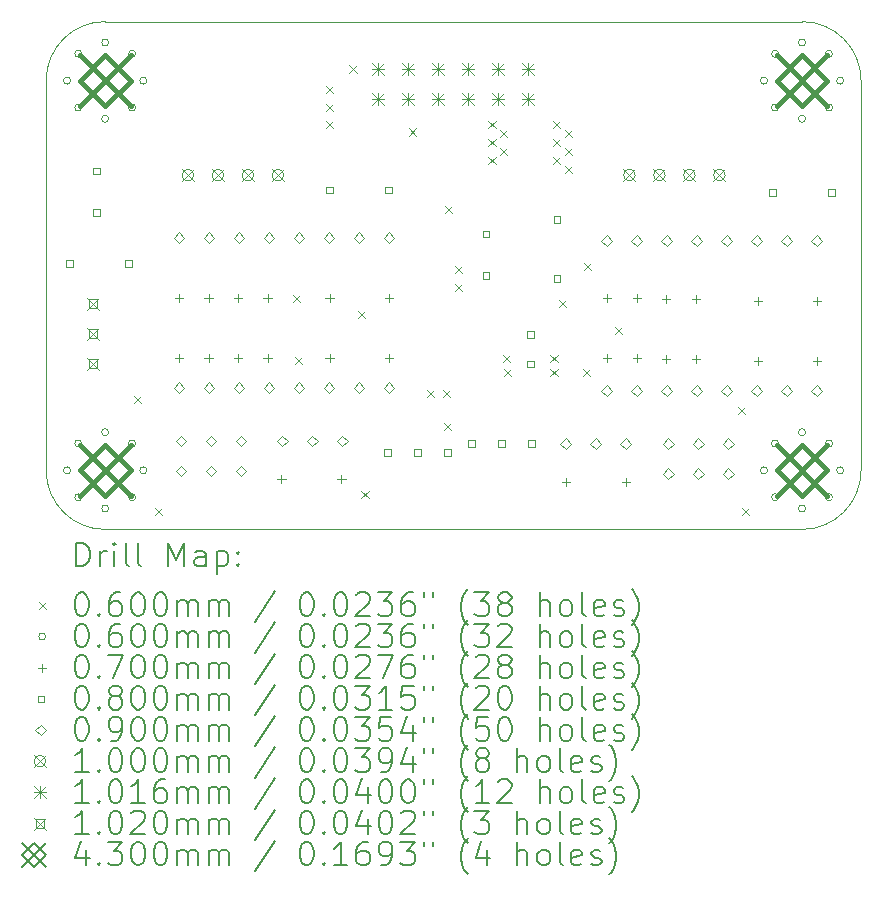
<source format=gbr>
%FSLAX45Y45*%
G04 Gerber Fmt 4.5, Leading zero omitted, Abs format (unit mm)*
G04 Created by KiCad (PCBNEW (6.0.1)) date 2022-01-17 15:22:59*
%MOMM*%
%LPD*%
G01*
G04 APERTURE LIST*
%TA.AperFunction,Profile*%
%ADD10C,0.050000*%
%TD*%
%ADD11C,0.200000*%
%ADD12C,0.060000*%
%ADD13C,0.070000*%
%ADD14C,0.080000*%
%ADD15C,0.090000*%
%ADD16C,0.100000*%
%ADD17C,0.101600*%
%ADD18C,0.102000*%
%ADD19C,0.430000*%
G04 APERTURE END LIST*
D10*
X6400000Y0D02*
X500000Y0D01*
X500000Y0D02*
G75*
G03*
X0Y-500000I0J-500000D01*
G01*
X0Y-500000D02*
X0Y-3800000D01*
X6900000Y-3800000D02*
X6900000Y-500000D01*
X6400000Y-4300000D02*
G75*
G03*
X6900000Y-3800000I0J500000D01*
G01*
X500000Y-4300000D02*
X6400000Y-4300000D01*
X6900000Y-500000D02*
G75*
G03*
X6400000Y0I-500000J0D01*
G01*
X0Y-3800000D02*
G75*
G03*
X500000Y-4300000I500000J0D01*
G01*
D11*
D12*
X744700Y-3170400D02*
X804700Y-3230400D01*
X804700Y-3170400D02*
X744700Y-3230400D01*
X920000Y-4120000D02*
X980000Y-4180000D01*
X980000Y-4120000D02*
X920000Y-4180000D01*
X2088360Y-2314420D02*
X2148360Y-2374420D01*
X2148360Y-2314420D02*
X2088360Y-2374420D01*
X2103600Y-2840200D02*
X2163600Y-2900200D01*
X2163600Y-2840200D02*
X2103600Y-2900200D01*
X2370000Y-545000D02*
X2430000Y-605000D01*
X2430000Y-545000D02*
X2370000Y-605000D01*
X2370000Y-695000D02*
X2430000Y-755000D01*
X2430000Y-695000D02*
X2370000Y-755000D01*
X2370000Y-845000D02*
X2430000Y-905000D01*
X2430000Y-845000D02*
X2370000Y-905000D01*
X2568420Y-371320D02*
X2628420Y-431320D01*
X2628420Y-371320D02*
X2568420Y-431320D01*
X2639540Y-2446500D02*
X2699540Y-2506500D01*
X2699540Y-2446500D02*
X2639540Y-2506500D01*
X2670020Y-3970500D02*
X2730020Y-4030500D01*
X2730020Y-3970500D02*
X2670020Y-4030500D01*
X3070000Y-904720D02*
X3130000Y-964720D01*
X3130000Y-904720D02*
X3070000Y-964720D01*
X3221200Y-3119600D02*
X3281200Y-3179600D01*
X3281200Y-3119600D02*
X3221200Y-3179600D01*
X3360900Y-3119600D02*
X3420900Y-3179600D01*
X3420900Y-3119600D02*
X3360900Y-3179600D01*
X3370000Y-3395000D02*
X3430000Y-3455000D01*
X3430000Y-3395000D02*
X3370000Y-3455000D01*
X3373600Y-1557500D02*
X3433600Y-1617500D01*
X3433600Y-1557500D02*
X3373600Y-1617500D01*
X3462500Y-2065500D02*
X3522500Y-2125500D01*
X3522500Y-2065500D02*
X3462500Y-2125500D01*
X3462500Y-2217900D02*
X3522500Y-2277900D01*
X3522500Y-2217900D02*
X3462500Y-2277900D01*
X3745000Y-845000D02*
X3805000Y-905000D01*
X3805000Y-845000D02*
X3745000Y-905000D01*
X3745000Y-995000D02*
X3805000Y-1055000D01*
X3805000Y-995000D02*
X3745000Y-1055000D01*
X3745000Y-1145000D02*
X3805000Y-1205000D01*
X3805000Y-1145000D02*
X3745000Y-1205000D01*
X3845000Y-920000D02*
X3905000Y-980000D01*
X3905000Y-920000D02*
X3845000Y-980000D01*
X3845000Y-1070000D02*
X3905000Y-1130000D01*
X3905000Y-1070000D02*
X3845000Y-1130000D01*
X3870000Y-2820000D02*
X3930000Y-2880000D01*
X3930000Y-2820000D02*
X3870000Y-2880000D01*
X3873258Y-2941800D02*
X3933258Y-3001800D01*
X3933258Y-2941800D02*
X3873258Y-3001800D01*
X4270000Y-2820000D02*
X4330000Y-2880000D01*
X4330000Y-2820000D02*
X4270000Y-2880000D01*
X4270000Y-2945000D02*
X4330000Y-3005000D01*
X4330000Y-2945000D02*
X4270000Y-3005000D01*
X4290540Y-845000D02*
X4350540Y-905000D01*
X4350540Y-845000D02*
X4290540Y-905000D01*
X4290540Y-995000D02*
X4350540Y-1055000D01*
X4350540Y-995000D02*
X4290540Y-1055000D01*
X4295000Y-1145000D02*
X4355000Y-1205000D01*
X4355000Y-1145000D02*
X4295000Y-1205000D01*
X4338800Y-2357600D02*
X4398800Y-2417600D01*
X4398800Y-2357600D02*
X4338800Y-2417600D01*
X4395000Y-920000D02*
X4455000Y-980000D01*
X4455000Y-920000D02*
X4395000Y-980000D01*
X4395000Y-1070000D02*
X4455000Y-1130000D01*
X4455000Y-1070000D02*
X4395000Y-1130000D01*
X4395000Y-1220000D02*
X4455000Y-1280000D01*
X4455000Y-1220000D02*
X4395000Y-1280000D01*
X4542000Y-2939260D02*
X4602000Y-2999260D01*
X4602000Y-2939260D02*
X4542000Y-2999260D01*
X4554700Y-2040100D02*
X4614700Y-2100100D01*
X4614700Y-2040100D02*
X4554700Y-2100100D01*
X4818860Y-2583660D02*
X4878860Y-2643660D01*
X4878860Y-2583660D02*
X4818860Y-2643660D01*
X5855180Y-3261840D02*
X5915180Y-3321840D01*
X5915180Y-3261840D02*
X5855180Y-3321840D01*
X5895000Y-4120000D02*
X5955000Y-4180000D01*
X5955000Y-4120000D02*
X5895000Y-4180000D01*
X207500Y-500000D02*
G75*
G03*
X207500Y-500000I-30000J0D01*
G01*
X207500Y-3800000D02*
G75*
G03*
X207500Y-3800000I-30000J0D01*
G01*
X301958Y-271958D02*
G75*
G03*
X301958Y-271958I-30000J0D01*
G01*
X301958Y-728042D02*
G75*
G03*
X301958Y-728042I-30000J0D01*
G01*
X301958Y-3571958D02*
G75*
G03*
X301958Y-3571958I-30000J0D01*
G01*
X301958Y-4028042D02*
G75*
G03*
X301958Y-4028042I-30000J0D01*
G01*
X530000Y-177500D02*
G75*
G03*
X530000Y-177500I-30000J0D01*
G01*
X530000Y-822500D02*
G75*
G03*
X530000Y-822500I-30000J0D01*
G01*
X530000Y-3477500D02*
G75*
G03*
X530000Y-3477500I-30000J0D01*
G01*
X530000Y-4122500D02*
G75*
G03*
X530000Y-4122500I-30000J0D01*
G01*
X758042Y-271958D02*
G75*
G03*
X758042Y-271958I-30000J0D01*
G01*
X758042Y-728042D02*
G75*
G03*
X758042Y-728042I-30000J0D01*
G01*
X758042Y-3571958D02*
G75*
G03*
X758042Y-3571958I-30000J0D01*
G01*
X758042Y-4028042D02*
G75*
G03*
X758042Y-4028042I-30000J0D01*
G01*
X852500Y-500000D02*
G75*
G03*
X852500Y-500000I-30000J0D01*
G01*
X852500Y-3800000D02*
G75*
G03*
X852500Y-3800000I-30000J0D01*
G01*
X6107500Y-500000D02*
G75*
G03*
X6107500Y-500000I-30000J0D01*
G01*
X6107500Y-3800000D02*
G75*
G03*
X6107500Y-3800000I-30000J0D01*
G01*
X6201958Y-271958D02*
G75*
G03*
X6201958Y-271958I-30000J0D01*
G01*
X6201958Y-728042D02*
G75*
G03*
X6201958Y-728042I-30000J0D01*
G01*
X6201958Y-3571958D02*
G75*
G03*
X6201958Y-3571958I-30000J0D01*
G01*
X6201958Y-4028042D02*
G75*
G03*
X6201958Y-4028042I-30000J0D01*
G01*
X6430000Y-177500D02*
G75*
G03*
X6430000Y-177500I-30000J0D01*
G01*
X6430000Y-822500D02*
G75*
G03*
X6430000Y-822500I-30000J0D01*
G01*
X6430000Y-3477500D02*
G75*
G03*
X6430000Y-3477500I-30000J0D01*
G01*
X6430000Y-4122500D02*
G75*
G03*
X6430000Y-4122500I-30000J0D01*
G01*
X6658042Y-271958D02*
G75*
G03*
X6658042Y-271958I-30000J0D01*
G01*
X6658042Y-728042D02*
G75*
G03*
X6658042Y-728042I-30000J0D01*
G01*
X6658042Y-3571958D02*
G75*
G03*
X6658042Y-3571958I-30000J0D01*
G01*
X6658042Y-4028042D02*
G75*
G03*
X6658042Y-4028042I-30000J0D01*
G01*
X6752500Y-500000D02*
G75*
G03*
X6752500Y-500000I-30000J0D01*
G01*
X6752500Y-3800000D02*
G75*
G03*
X6752500Y-3800000I-30000J0D01*
G01*
D13*
X1125000Y-2307000D02*
X1125000Y-2377000D01*
X1090000Y-2342000D02*
X1160000Y-2342000D01*
X1125000Y-2815000D02*
X1125000Y-2885000D01*
X1090000Y-2850000D02*
X1160000Y-2850000D01*
X1375000Y-2307000D02*
X1375000Y-2377000D01*
X1340000Y-2342000D02*
X1410000Y-2342000D01*
X1375000Y-2815000D02*
X1375000Y-2885000D01*
X1340000Y-2850000D02*
X1410000Y-2850000D01*
X1625000Y-2307000D02*
X1625000Y-2377000D01*
X1590000Y-2342000D02*
X1660000Y-2342000D01*
X1625000Y-2815000D02*
X1625000Y-2885000D01*
X1590000Y-2850000D02*
X1660000Y-2850000D01*
X1875000Y-2307000D02*
X1875000Y-2377000D01*
X1840000Y-2342000D02*
X1910000Y-2342000D01*
X1875000Y-2815000D02*
X1875000Y-2885000D01*
X1840000Y-2850000D02*
X1910000Y-2850000D01*
X1992000Y-3840000D02*
X1992000Y-3910000D01*
X1957000Y-3875000D02*
X2027000Y-3875000D01*
X2400000Y-2307000D02*
X2400000Y-2377000D01*
X2365000Y-2342000D02*
X2435000Y-2342000D01*
X2400000Y-2815000D02*
X2400000Y-2885000D01*
X2365000Y-2850000D02*
X2435000Y-2850000D01*
X2500000Y-3840000D02*
X2500000Y-3910000D01*
X2465000Y-3875000D02*
X2535000Y-3875000D01*
X2900000Y-2307000D02*
X2900000Y-2377000D01*
X2865000Y-2342000D02*
X2935000Y-2342000D01*
X2900000Y-2815000D02*
X2900000Y-2885000D01*
X2865000Y-2850000D02*
X2935000Y-2850000D01*
X4400000Y-3865000D02*
X4400000Y-3935000D01*
X4365000Y-3900000D02*
X4435000Y-3900000D01*
X4750000Y-2307000D02*
X4750000Y-2377000D01*
X4715000Y-2342000D02*
X4785000Y-2342000D01*
X4750000Y-2815000D02*
X4750000Y-2885000D01*
X4715000Y-2850000D02*
X4785000Y-2850000D01*
X4908000Y-3865000D02*
X4908000Y-3935000D01*
X4873000Y-3900000D02*
X4943000Y-3900000D01*
X5000000Y-2307000D02*
X5000000Y-2377000D01*
X4965000Y-2342000D02*
X5035000Y-2342000D01*
X5000000Y-2815000D02*
X5000000Y-2885000D01*
X4965000Y-2850000D02*
X5035000Y-2850000D01*
X5250000Y-2315000D02*
X5250000Y-2385000D01*
X5215000Y-2350000D02*
X5285000Y-2350000D01*
X5250000Y-2823000D02*
X5250000Y-2893000D01*
X5215000Y-2858000D02*
X5285000Y-2858000D01*
X5500000Y-2315000D02*
X5500000Y-2385000D01*
X5465000Y-2350000D02*
X5535000Y-2350000D01*
X5500000Y-2823000D02*
X5500000Y-2893000D01*
X5465000Y-2858000D02*
X5535000Y-2858000D01*
X6025000Y-2332000D02*
X6025000Y-2402000D01*
X5990000Y-2367000D02*
X6060000Y-2367000D01*
X6025000Y-2840000D02*
X6025000Y-2910000D01*
X5990000Y-2875000D02*
X6060000Y-2875000D01*
X6525000Y-2332000D02*
X6525000Y-2402000D01*
X6490000Y-2367000D02*
X6560000Y-2367000D01*
X6525000Y-2840000D02*
X6525000Y-2910000D01*
X6490000Y-2875000D02*
X6560000Y-2875000D01*
D14*
X228284Y-2078284D02*
X228284Y-2021715D01*
X171716Y-2021715D01*
X171716Y-2078284D01*
X228284Y-2078284D01*
X457544Y-1293725D02*
X457544Y-1237156D01*
X400975Y-1237156D01*
X400975Y-1293725D01*
X457544Y-1293725D01*
X457544Y-1643724D02*
X457544Y-1587155D01*
X400975Y-1587155D01*
X400975Y-1643724D01*
X457544Y-1643724D01*
X728284Y-2078284D02*
X728284Y-2021715D01*
X671716Y-2021715D01*
X671716Y-2078284D01*
X728284Y-2078284D01*
X2428285Y-1453284D02*
X2428285Y-1396716D01*
X2371716Y-1396716D01*
X2371716Y-1453284D01*
X2428285Y-1453284D01*
X2916264Y-3675724D02*
X2916264Y-3619155D01*
X2859695Y-3619155D01*
X2859695Y-3675724D01*
X2916264Y-3675724D01*
X2928284Y-1453284D02*
X2928284Y-1396716D01*
X2871715Y-1396716D01*
X2871715Y-1453284D01*
X2928284Y-1453284D01*
X3170264Y-3675724D02*
X3170264Y-3619155D01*
X3113695Y-3619155D01*
X3113695Y-3675724D01*
X3170264Y-3675724D01*
X3424264Y-3675724D02*
X3424264Y-3619155D01*
X3367695Y-3619155D01*
X3367695Y-3675724D01*
X3424264Y-3675724D01*
X3628284Y-3603284D02*
X3628284Y-3546715D01*
X3571715Y-3546715D01*
X3571715Y-3603284D01*
X3628284Y-3603284D01*
X3751924Y-1827124D02*
X3751924Y-1770555D01*
X3695355Y-1770555D01*
X3695355Y-1827124D01*
X3751924Y-1827124D01*
X3751924Y-2177125D02*
X3751924Y-2120556D01*
X3695355Y-2120556D01*
X3695355Y-2177125D01*
X3751924Y-2177125D01*
X3882284Y-3603284D02*
X3882284Y-3546715D01*
X3825715Y-3546715D01*
X3825715Y-3603284D01*
X3882284Y-3603284D01*
X4128284Y-2678285D02*
X4128284Y-2621716D01*
X4071715Y-2621716D01*
X4071715Y-2678285D01*
X4128284Y-2678285D01*
X4128284Y-2928284D02*
X4128284Y-2871715D01*
X4071715Y-2871715D01*
X4071715Y-2928284D01*
X4128284Y-2928284D01*
X4136284Y-3603284D02*
X4136284Y-3546715D01*
X4079715Y-3546715D01*
X4079715Y-3603284D01*
X4136284Y-3603284D01*
X4353285Y-1703284D02*
X4353285Y-1646715D01*
X4296716Y-1646715D01*
X4296716Y-1703284D01*
X4353285Y-1703284D01*
X4353285Y-2203285D02*
X4353285Y-2146716D01*
X4296716Y-2146716D01*
X4296716Y-2203285D01*
X4353285Y-2203285D01*
X6178284Y-1478284D02*
X6178284Y-1421715D01*
X6121715Y-1421715D01*
X6121715Y-1478284D01*
X6178284Y-1478284D01*
X6678284Y-1478284D02*
X6678284Y-1421715D01*
X6621715Y-1421715D01*
X6621715Y-1478284D01*
X6678284Y-1478284D01*
D15*
X1125000Y-1875000D02*
X1170000Y-1830000D01*
X1125000Y-1785000D01*
X1080000Y-1830000D01*
X1125000Y-1875000D01*
X1125000Y-3145000D02*
X1170000Y-3100000D01*
X1125000Y-3055000D01*
X1080000Y-3100000D01*
X1125000Y-3145000D01*
X1142000Y-3595000D02*
X1187000Y-3550000D01*
X1142000Y-3505000D01*
X1097000Y-3550000D01*
X1142000Y-3595000D01*
X1142000Y-3849000D02*
X1187000Y-3804000D01*
X1142000Y-3759000D01*
X1097000Y-3804000D01*
X1142000Y-3849000D01*
X1379000Y-1875000D02*
X1424000Y-1830000D01*
X1379000Y-1785000D01*
X1334000Y-1830000D01*
X1379000Y-1875000D01*
X1379000Y-3145000D02*
X1424000Y-3100000D01*
X1379000Y-3055000D01*
X1334000Y-3100000D01*
X1379000Y-3145000D01*
X1396000Y-3595000D02*
X1441000Y-3550000D01*
X1396000Y-3505000D01*
X1351000Y-3550000D01*
X1396000Y-3595000D01*
X1396000Y-3849000D02*
X1441000Y-3804000D01*
X1396000Y-3759000D01*
X1351000Y-3804000D01*
X1396000Y-3849000D01*
X1633000Y-1875000D02*
X1678000Y-1830000D01*
X1633000Y-1785000D01*
X1588000Y-1830000D01*
X1633000Y-1875000D01*
X1633000Y-3145000D02*
X1678000Y-3100000D01*
X1633000Y-3055000D01*
X1588000Y-3100000D01*
X1633000Y-3145000D01*
X1650000Y-3595000D02*
X1695000Y-3550000D01*
X1650000Y-3505000D01*
X1605000Y-3550000D01*
X1650000Y-3595000D01*
X1650000Y-3849000D02*
X1695000Y-3804000D01*
X1650000Y-3759000D01*
X1605000Y-3804000D01*
X1650000Y-3849000D01*
X1887000Y-1875000D02*
X1932000Y-1830000D01*
X1887000Y-1785000D01*
X1842000Y-1830000D01*
X1887000Y-1875000D01*
X1887000Y-3145000D02*
X1932000Y-3100000D01*
X1887000Y-3055000D01*
X1842000Y-3100000D01*
X1887000Y-3145000D01*
X2000000Y-3595000D02*
X2045000Y-3550000D01*
X2000000Y-3505000D01*
X1955000Y-3550000D01*
X2000000Y-3595000D01*
X2141000Y-1875000D02*
X2186000Y-1830000D01*
X2141000Y-1785000D01*
X2096000Y-1830000D01*
X2141000Y-1875000D01*
X2141000Y-3145000D02*
X2186000Y-3100000D01*
X2141000Y-3055000D01*
X2096000Y-3100000D01*
X2141000Y-3145000D01*
X2254000Y-3595000D02*
X2299000Y-3550000D01*
X2254000Y-3505000D01*
X2209000Y-3550000D01*
X2254000Y-3595000D01*
X2395000Y-1875000D02*
X2440000Y-1830000D01*
X2395000Y-1785000D01*
X2350000Y-1830000D01*
X2395000Y-1875000D01*
X2395000Y-3145000D02*
X2440000Y-3100000D01*
X2395000Y-3055000D01*
X2350000Y-3100000D01*
X2395000Y-3145000D01*
X2508000Y-3595000D02*
X2553000Y-3550000D01*
X2508000Y-3505000D01*
X2463000Y-3550000D01*
X2508000Y-3595000D01*
X2649000Y-1875000D02*
X2694000Y-1830000D01*
X2649000Y-1785000D01*
X2604000Y-1830000D01*
X2649000Y-1875000D01*
X2649000Y-3145000D02*
X2694000Y-3100000D01*
X2649000Y-3055000D01*
X2604000Y-3100000D01*
X2649000Y-3145000D01*
X2903000Y-1875000D02*
X2948000Y-1830000D01*
X2903000Y-1785000D01*
X2858000Y-1830000D01*
X2903000Y-1875000D01*
X2903000Y-3145000D02*
X2948000Y-3100000D01*
X2903000Y-3055000D01*
X2858000Y-3100000D01*
X2903000Y-3145000D01*
X4400000Y-3620000D02*
X4445000Y-3575000D01*
X4400000Y-3530000D01*
X4355000Y-3575000D01*
X4400000Y-3620000D01*
X4654000Y-3620000D02*
X4699000Y-3575000D01*
X4654000Y-3530000D01*
X4609000Y-3575000D01*
X4654000Y-3620000D01*
X4747000Y-1900000D02*
X4792000Y-1855000D01*
X4747000Y-1810000D01*
X4702000Y-1855000D01*
X4747000Y-1900000D01*
X4747000Y-3170000D02*
X4792000Y-3125000D01*
X4747000Y-3080000D01*
X4702000Y-3125000D01*
X4747000Y-3170000D01*
X4908000Y-3620000D02*
X4953000Y-3575000D01*
X4908000Y-3530000D01*
X4863000Y-3575000D01*
X4908000Y-3620000D01*
X5001000Y-1900000D02*
X5046000Y-1855000D01*
X5001000Y-1810000D01*
X4956000Y-1855000D01*
X5001000Y-1900000D01*
X5001000Y-3170000D02*
X5046000Y-3125000D01*
X5001000Y-3080000D01*
X4956000Y-3125000D01*
X5001000Y-3170000D01*
X5255000Y-1900000D02*
X5300000Y-1855000D01*
X5255000Y-1810000D01*
X5210000Y-1855000D01*
X5255000Y-1900000D01*
X5255000Y-3170000D02*
X5300000Y-3125000D01*
X5255000Y-3080000D01*
X5210000Y-3125000D01*
X5255000Y-3170000D01*
X5267000Y-3620000D02*
X5312000Y-3575000D01*
X5267000Y-3530000D01*
X5222000Y-3575000D01*
X5267000Y-3620000D01*
X5267000Y-3874000D02*
X5312000Y-3829000D01*
X5267000Y-3784000D01*
X5222000Y-3829000D01*
X5267000Y-3874000D01*
X5509000Y-1900000D02*
X5554000Y-1855000D01*
X5509000Y-1810000D01*
X5464000Y-1855000D01*
X5509000Y-1900000D01*
X5509000Y-3170000D02*
X5554000Y-3125000D01*
X5509000Y-3080000D01*
X5464000Y-3125000D01*
X5509000Y-3170000D01*
X5521000Y-3620000D02*
X5566000Y-3575000D01*
X5521000Y-3530000D01*
X5476000Y-3575000D01*
X5521000Y-3620000D01*
X5521000Y-3874000D02*
X5566000Y-3829000D01*
X5521000Y-3784000D01*
X5476000Y-3829000D01*
X5521000Y-3874000D01*
X5763000Y-1900000D02*
X5808000Y-1855000D01*
X5763000Y-1810000D01*
X5718000Y-1855000D01*
X5763000Y-1900000D01*
X5763000Y-3170000D02*
X5808000Y-3125000D01*
X5763000Y-3080000D01*
X5718000Y-3125000D01*
X5763000Y-3170000D01*
X5775000Y-3620000D02*
X5820000Y-3575000D01*
X5775000Y-3530000D01*
X5730000Y-3575000D01*
X5775000Y-3620000D01*
X5775000Y-3874000D02*
X5820000Y-3829000D01*
X5775000Y-3784000D01*
X5730000Y-3829000D01*
X5775000Y-3874000D01*
X6017000Y-1900000D02*
X6062000Y-1855000D01*
X6017000Y-1810000D01*
X5972000Y-1855000D01*
X6017000Y-1900000D01*
X6017000Y-3170000D02*
X6062000Y-3125000D01*
X6017000Y-3080000D01*
X5972000Y-3125000D01*
X6017000Y-3170000D01*
X6271000Y-1900000D02*
X6316000Y-1855000D01*
X6271000Y-1810000D01*
X6226000Y-1855000D01*
X6271000Y-1900000D01*
X6271000Y-3170000D02*
X6316000Y-3125000D01*
X6271000Y-3080000D01*
X6226000Y-3125000D01*
X6271000Y-3170000D01*
X6525000Y-1900000D02*
X6570000Y-1855000D01*
X6525000Y-1810000D01*
X6480000Y-1855000D01*
X6525000Y-1900000D01*
X6525000Y-3170000D02*
X6570000Y-3125000D01*
X6525000Y-3080000D01*
X6480000Y-3125000D01*
X6525000Y-3170000D01*
D16*
X1150000Y-1250000D02*
X1250000Y-1350000D01*
X1250000Y-1250000D02*
X1150000Y-1350000D01*
X1250000Y-1300000D02*
G75*
G03*
X1250000Y-1300000I-50000J0D01*
G01*
X1404000Y-1250000D02*
X1504000Y-1350000D01*
X1504000Y-1250000D02*
X1404000Y-1350000D01*
X1504000Y-1300000D02*
G75*
G03*
X1504000Y-1300000I-50000J0D01*
G01*
X1658000Y-1250000D02*
X1758000Y-1350000D01*
X1758000Y-1250000D02*
X1658000Y-1350000D01*
X1758000Y-1300000D02*
G75*
G03*
X1758000Y-1300000I-50000J0D01*
G01*
X1912000Y-1250000D02*
X2012000Y-1350000D01*
X2012000Y-1250000D02*
X1912000Y-1350000D01*
X2012000Y-1300000D02*
G75*
G03*
X2012000Y-1300000I-50000J0D01*
G01*
X4888000Y-1250000D02*
X4988000Y-1350000D01*
X4988000Y-1250000D02*
X4888000Y-1350000D01*
X4988000Y-1300000D02*
G75*
G03*
X4988000Y-1300000I-50000J0D01*
G01*
X5142000Y-1250000D02*
X5242000Y-1350000D01*
X5242000Y-1250000D02*
X5142000Y-1350000D01*
X5242000Y-1300000D02*
G75*
G03*
X5242000Y-1300000I-50000J0D01*
G01*
X5396000Y-1250000D02*
X5496000Y-1350000D01*
X5496000Y-1250000D02*
X5396000Y-1350000D01*
X5496000Y-1300000D02*
G75*
G03*
X5496000Y-1300000I-50000J0D01*
G01*
X5650000Y-1250000D02*
X5750000Y-1350000D01*
X5750000Y-1250000D02*
X5650000Y-1350000D01*
X5750000Y-1300000D02*
G75*
G03*
X5750000Y-1300000I-50000J0D01*
G01*
D17*
X2758200Y-349200D02*
X2859800Y-450800D01*
X2859800Y-349200D02*
X2758200Y-450800D01*
X2809000Y-349200D02*
X2809000Y-450800D01*
X2758200Y-400000D02*
X2859800Y-400000D01*
X2758200Y-603200D02*
X2859800Y-704800D01*
X2859800Y-603200D02*
X2758200Y-704800D01*
X2809000Y-603200D02*
X2809000Y-704800D01*
X2758200Y-654000D02*
X2859800Y-654000D01*
X3012200Y-349200D02*
X3113800Y-450800D01*
X3113800Y-349200D02*
X3012200Y-450800D01*
X3063000Y-349200D02*
X3063000Y-450800D01*
X3012200Y-400000D02*
X3113800Y-400000D01*
X3012200Y-603200D02*
X3113800Y-704800D01*
X3113800Y-603200D02*
X3012200Y-704800D01*
X3063000Y-603200D02*
X3063000Y-704800D01*
X3012200Y-654000D02*
X3113800Y-654000D01*
X3266200Y-349200D02*
X3367800Y-450800D01*
X3367800Y-349200D02*
X3266200Y-450800D01*
X3317000Y-349200D02*
X3317000Y-450800D01*
X3266200Y-400000D02*
X3367800Y-400000D01*
X3266200Y-603200D02*
X3367800Y-704800D01*
X3367800Y-603200D02*
X3266200Y-704800D01*
X3317000Y-603200D02*
X3317000Y-704800D01*
X3266200Y-654000D02*
X3367800Y-654000D01*
X3520200Y-349200D02*
X3621800Y-450800D01*
X3621800Y-349200D02*
X3520200Y-450800D01*
X3571000Y-349200D02*
X3571000Y-450800D01*
X3520200Y-400000D02*
X3621800Y-400000D01*
X3520200Y-603200D02*
X3621800Y-704800D01*
X3621800Y-603200D02*
X3520200Y-704800D01*
X3571000Y-603200D02*
X3571000Y-704800D01*
X3520200Y-654000D02*
X3621800Y-654000D01*
X3774200Y-349200D02*
X3875800Y-450800D01*
X3875800Y-349200D02*
X3774200Y-450800D01*
X3825000Y-349200D02*
X3825000Y-450800D01*
X3774200Y-400000D02*
X3875800Y-400000D01*
X3774200Y-603200D02*
X3875800Y-704800D01*
X3875800Y-603200D02*
X3774200Y-704800D01*
X3825000Y-603200D02*
X3825000Y-704800D01*
X3774200Y-654000D02*
X3875800Y-654000D01*
X4028200Y-349200D02*
X4129800Y-450800D01*
X4129800Y-349200D02*
X4028200Y-450800D01*
X4079000Y-349200D02*
X4079000Y-450800D01*
X4028200Y-400000D02*
X4129800Y-400000D01*
X4028200Y-603200D02*
X4129800Y-704800D01*
X4129800Y-603200D02*
X4028200Y-704800D01*
X4079000Y-603200D02*
X4079000Y-704800D01*
X4028200Y-654000D02*
X4129800Y-654000D01*
D18*
X347780Y-2336600D02*
X449780Y-2438600D01*
X449780Y-2336600D02*
X347780Y-2438600D01*
X434843Y-2423663D02*
X434843Y-2351537D01*
X362717Y-2351537D01*
X362717Y-2423663D01*
X434843Y-2423663D01*
X347780Y-2590600D02*
X449780Y-2692600D01*
X449780Y-2590600D02*
X347780Y-2692600D01*
X434843Y-2677663D02*
X434843Y-2605537D01*
X362717Y-2605537D01*
X362717Y-2677663D01*
X434843Y-2677663D01*
X347780Y-2844600D02*
X449780Y-2946600D01*
X449780Y-2844600D02*
X347780Y-2946600D01*
X434843Y-2931663D02*
X434843Y-2859537D01*
X362717Y-2859537D01*
X362717Y-2931663D01*
X434843Y-2931663D01*
D19*
X285000Y-285000D02*
X715000Y-715000D01*
X715000Y-285000D02*
X285000Y-715000D01*
X500000Y-715000D02*
X715000Y-500000D01*
X500000Y-285000D01*
X285000Y-500000D01*
X500000Y-715000D01*
X285000Y-3585000D02*
X715000Y-4015000D01*
X715000Y-3585000D02*
X285000Y-4015000D01*
X500000Y-4015000D02*
X715000Y-3800000D01*
X500000Y-3585000D01*
X285000Y-3800000D01*
X500000Y-4015000D01*
X6185000Y-285000D02*
X6615000Y-715000D01*
X6615000Y-285000D02*
X6185000Y-715000D01*
X6400000Y-715000D02*
X6615000Y-500000D01*
X6400000Y-285000D01*
X6185000Y-500000D01*
X6400000Y-715000D01*
X6185000Y-3585000D02*
X6615000Y-4015000D01*
X6615000Y-3585000D02*
X6185000Y-4015000D01*
X6400000Y-4015000D02*
X6615000Y-3800000D01*
X6400000Y-3585000D01*
X6185000Y-3800000D01*
X6400000Y-4015000D01*
D11*
X255119Y-4612976D02*
X255119Y-4412976D01*
X302738Y-4412976D01*
X331310Y-4422500D01*
X350357Y-4441548D01*
X359881Y-4460595D01*
X369405Y-4498690D01*
X369405Y-4527262D01*
X359881Y-4565357D01*
X350357Y-4584405D01*
X331310Y-4603452D01*
X302738Y-4612976D01*
X255119Y-4612976D01*
X455119Y-4612976D02*
X455119Y-4479643D01*
X455119Y-4517738D02*
X464643Y-4498690D01*
X474167Y-4489167D01*
X493214Y-4479643D01*
X512262Y-4479643D01*
X578929Y-4612976D02*
X578929Y-4479643D01*
X578929Y-4412976D02*
X569405Y-4422500D01*
X578929Y-4432024D01*
X588452Y-4422500D01*
X578929Y-4412976D01*
X578929Y-4432024D01*
X702738Y-4612976D02*
X683690Y-4603452D01*
X674167Y-4584405D01*
X674167Y-4412976D01*
X807500Y-4612976D02*
X788452Y-4603452D01*
X778928Y-4584405D01*
X778928Y-4412976D01*
X1036071Y-4612976D02*
X1036071Y-4412976D01*
X1102738Y-4555833D01*
X1169405Y-4412976D01*
X1169405Y-4612976D01*
X1350357Y-4612976D02*
X1350357Y-4508214D01*
X1340833Y-4489167D01*
X1321786Y-4479643D01*
X1283690Y-4479643D01*
X1264643Y-4489167D01*
X1350357Y-4603452D02*
X1331310Y-4612976D01*
X1283690Y-4612976D01*
X1264643Y-4603452D01*
X1255119Y-4584405D01*
X1255119Y-4565357D01*
X1264643Y-4546310D01*
X1283690Y-4536786D01*
X1331310Y-4536786D01*
X1350357Y-4527262D01*
X1445595Y-4479643D02*
X1445595Y-4679643D01*
X1445595Y-4489167D02*
X1464643Y-4479643D01*
X1502738Y-4479643D01*
X1521786Y-4489167D01*
X1531309Y-4498690D01*
X1540833Y-4517738D01*
X1540833Y-4574881D01*
X1531309Y-4593929D01*
X1521786Y-4603452D01*
X1502738Y-4612976D01*
X1464643Y-4612976D01*
X1445595Y-4603452D01*
X1626548Y-4593929D02*
X1636071Y-4603452D01*
X1626548Y-4612976D01*
X1617024Y-4603452D01*
X1626548Y-4593929D01*
X1626548Y-4612976D01*
X1626548Y-4489167D02*
X1636071Y-4498690D01*
X1626548Y-4508214D01*
X1617024Y-4498690D01*
X1626548Y-4489167D01*
X1626548Y-4508214D01*
D12*
X-62500Y-4912500D02*
X-2500Y-4972500D01*
X-2500Y-4912500D02*
X-62500Y-4972500D01*
D11*
X293214Y-4832976D02*
X312262Y-4832976D01*
X331310Y-4842500D01*
X340833Y-4852024D01*
X350357Y-4871071D01*
X359881Y-4909167D01*
X359881Y-4956786D01*
X350357Y-4994881D01*
X340833Y-5013929D01*
X331310Y-5023452D01*
X312262Y-5032976D01*
X293214Y-5032976D01*
X274167Y-5023452D01*
X264643Y-5013929D01*
X255119Y-4994881D01*
X245595Y-4956786D01*
X245595Y-4909167D01*
X255119Y-4871071D01*
X264643Y-4852024D01*
X274167Y-4842500D01*
X293214Y-4832976D01*
X445595Y-5013929D02*
X455119Y-5023452D01*
X445595Y-5032976D01*
X436071Y-5023452D01*
X445595Y-5013929D01*
X445595Y-5032976D01*
X626548Y-4832976D02*
X588452Y-4832976D01*
X569405Y-4842500D01*
X559881Y-4852024D01*
X540833Y-4880595D01*
X531310Y-4918690D01*
X531310Y-4994881D01*
X540833Y-5013929D01*
X550357Y-5023452D01*
X569405Y-5032976D01*
X607500Y-5032976D01*
X626548Y-5023452D01*
X636071Y-5013929D01*
X645595Y-4994881D01*
X645595Y-4947262D01*
X636071Y-4928214D01*
X626548Y-4918690D01*
X607500Y-4909167D01*
X569405Y-4909167D01*
X550357Y-4918690D01*
X540833Y-4928214D01*
X531310Y-4947262D01*
X769405Y-4832976D02*
X788452Y-4832976D01*
X807500Y-4842500D01*
X817024Y-4852024D01*
X826548Y-4871071D01*
X836071Y-4909167D01*
X836071Y-4956786D01*
X826548Y-4994881D01*
X817024Y-5013929D01*
X807500Y-5023452D01*
X788452Y-5032976D01*
X769405Y-5032976D01*
X750357Y-5023452D01*
X740833Y-5013929D01*
X731309Y-4994881D01*
X721786Y-4956786D01*
X721786Y-4909167D01*
X731309Y-4871071D01*
X740833Y-4852024D01*
X750357Y-4842500D01*
X769405Y-4832976D01*
X959881Y-4832976D02*
X978928Y-4832976D01*
X997976Y-4842500D01*
X1007500Y-4852024D01*
X1017024Y-4871071D01*
X1026548Y-4909167D01*
X1026548Y-4956786D01*
X1017024Y-4994881D01*
X1007500Y-5013929D01*
X997976Y-5023452D01*
X978928Y-5032976D01*
X959881Y-5032976D01*
X940833Y-5023452D01*
X931309Y-5013929D01*
X921786Y-4994881D01*
X912262Y-4956786D01*
X912262Y-4909167D01*
X921786Y-4871071D01*
X931309Y-4852024D01*
X940833Y-4842500D01*
X959881Y-4832976D01*
X1112262Y-5032976D02*
X1112262Y-4899643D01*
X1112262Y-4918690D02*
X1121786Y-4909167D01*
X1140833Y-4899643D01*
X1169405Y-4899643D01*
X1188452Y-4909167D01*
X1197976Y-4928214D01*
X1197976Y-5032976D01*
X1197976Y-4928214D02*
X1207500Y-4909167D01*
X1226548Y-4899643D01*
X1255119Y-4899643D01*
X1274167Y-4909167D01*
X1283690Y-4928214D01*
X1283690Y-5032976D01*
X1378929Y-5032976D02*
X1378929Y-4899643D01*
X1378929Y-4918690D02*
X1388452Y-4909167D01*
X1407500Y-4899643D01*
X1436071Y-4899643D01*
X1455119Y-4909167D01*
X1464643Y-4928214D01*
X1464643Y-5032976D01*
X1464643Y-4928214D02*
X1474167Y-4909167D01*
X1493214Y-4899643D01*
X1521786Y-4899643D01*
X1540833Y-4909167D01*
X1550357Y-4928214D01*
X1550357Y-5032976D01*
X1940833Y-4823452D02*
X1769405Y-5080595D01*
X2197976Y-4832976D02*
X2217024Y-4832976D01*
X2236071Y-4842500D01*
X2245595Y-4852024D01*
X2255119Y-4871071D01*
X2264643Y-4909167D01*
X2264643Y-4956786D01*
X2255119Y-4994881D01*
X2245595Y-5013929D01*
X2236071Y-5023452D01*
X2217024Y-5032976D01*
X2197976Y-5032976D01*
X2178929Y-5023452D01*
X2169405Y-5013929D01*
X2159881Y-4994881D01*
X2150357Y-4956786D01*
X2150357Y-4909167D01*
X2159881Y-4871071D01*
X2169405Y-4852024D01*
X2178929Y-4842500D01*
X2197976Y-4832976D01*
X2350357Y-5013929D02*
X2359881Y-5023452D01*
X2350357Y-5032976D01*
X2340833Y-5023452D01*
X2350357Y-5013929D01*
X2350357Y-5032976D01*
X2483690Y-4832976D02*
X2502738Y-4832976D01*
X2521786Y-4842500D01*
X2531310Y-4852024D01*
X2540833Y-4871071D01*
X2550357Y-4909167D01*
X2550357Y-4956786D01*
X2540833Y-4994881D01*
X2531310Y-5013929D01*
X2521786Y-5023452D01*
X2502738Y-5032976D01*
X2483690Y-5032976D01*
X2464643Y-5023452D01*
X2455119Y-5013929D01*
X2445595Y-4994881D01*
X2436071Y-4956786D01*
X2436071Y-4909167D01*
X2445595Y-4871071D01*
X2455119Y-4852024D01*
X2464643Y-4842500D01*
X2483690Y-4832976D01*
X2626548Y-4852024D02*
X2636071Y-4842500D01*
X2655119Y-4832976D01*
X2702738Y-4832976D01*
X2721786Y-4842500D01*
X2731310Y-4852024D01*
X2740833Y-4871071D01*
X2740833Y-4890119D01*
X2731310Y-4918690D01*
X2617024Y-5032976D01*
X2740833Y-5032976D01*
X2807500Y-4832976D02*
X2931309Y-4832976D01*
X2864643Y-4909167D01*
X2893214Y-4909167D01*
X2912262Y-4918690D01*
X2921786Y-4928214D01*
X2931309Y-4947262D01*
X2931309Y-4994881D01*
X2921786Y-5013929D01*
X2912262Y-5023452D01*
X2893214Y-5032976D01*
X2836071Y-5032976D01*
X2817024Y-5023452D01*
X2807500Y-5013929D01*
X3102738Y-4832976D02*
X3064643Y-4832976D01*
X3045595Y-4842500D01*
X3036071Y-4852024D01*
X3017024Y-4880595D01*
X3007500Y-4918690D01*
X3007500Y-4994881D01*
X3017024Y-5013929D01*
X3026548Y-5023452D01*
X3045595Y-5032976D01*
X3083690Y-5032976D01*
X3102738Y-5023452D01*
X3112262Y-5013929D01*
X3121786Y-4994881D01*
X3121786Y-4947262D01*
X3112262Y-4928214D01*
X3102738Y-4918690D01*
X3083690Y-4909167D01*
X3045595Y-4909167D01*
X3026548Y-4918690D01*
X3017024Y-4928214D01*
X3007500Y-4947262D01*
X3197976Y-4832976D02*
X3197976Y-4871071D01*
X3274167Y-4832976D02*
X3274167Y-4871071D01*
X3569405Y-5109167D02*
X3559881Y-5099643D01*
X3540833Y-5071071D01*
X3531309Y-5052024D01*
X3521786Y-5023452D01*
X3512262Y-4975833D01*
X3512262Y-4937738D01*
X3521786Y-4890119D01*
X3531309Y-4861548D01*
X3540833Y-4842500D01*
X3559881Y-4813929D01*
X3569405Y-4804405D01*
X3626548Y-4832976D02*
X3750357Y-4832976D01*
X3683690Y-4909167D01*
X3712262Y-4909167D01*
X3731309Y-4918690D01*
X3740833Y-4928214D01*
X3750357Y-4947262D01*
X3750357Y-4994881D01*
X3740833Y-5013929D01*
X3731309Y-5023452D01*
X3712262Y-5032976D01*
X3655119Y-5032976D01*
X3636071Y-5023452D01*
X3626548Y-5013929D01*
X3864643Y-4918690D02*
X3845595Y-4909167D01*
X3836071Y-4899643D01*
X3826548Y-4880595D01*
X3826548Y-4871071D01*
X3836071Y-4852024D01*
X3845595Y-4842500D01*
X3864643Y-4832976D01*
X3902738Y-4832976D01*
X3921786Y-4842500D01*
X3931309Y-4852024D01*
X3940833Y-4871071D01*
X3940833Y-4880595D01*
X3931309Y-4899643D01*
X3921786Y-4909167D01*
X3902738Y-4918690D01*
X3864643Y-4918690D01*
X3845595Y-4928214D01*
X3836071Y-4937738D01*
X3826548Y-4956786D01*
X3826548Y-4994881D01*
X3836071Y-5013929D01*
X3845595Y-5023452D01*
X3864643Y-5032976D01*
X3902738Y-5032976D01*
X3921786Y-5023452D01*
X3931309Y-5013929D01*
X3940833Y-4994881D01*
X3940833Y-4956786D01*
X3931309Y-4937738D01*
X3921786Y-4928214D01*
X3902738Y-4918690D01*
X4178928Y-5032976D02*
X4178928Y-4832976D01*
X4264643Y-5032976D02*
X4264643Y-4928214D01*
X4255119Y-4909167D01*
X4236071Y-4899643D01*
X4207500Y-4899643D01*
X4188452Y-4909167D01*
X4178928Y-4918690D01*
X4388452Y-5032976D02*
X4369405Y-5023452D01*
X4359881Y-5013929D01*
X4350357Y-4994881D01*
X4350357Y-4937738D01*
X4359881Y-4918690D01*
X4369405Y-4909167D01*
X4388452Y-4899643D01*
X4417024Y-4899643D01*
X4436071Y-4909167D01*
X4445595Y-4918690D01*
X4455119Y-4937738D01*
X4455119Y-4994881D01*
X4445595Y-5013929D01*
X4436071Y-5023452D01*
X4417024Y-5032976D01*
X4388452Y-5032976D01*
X4569405Y-5032976D02*
X4550357Y-5023452D01*
X4540833Y-5004405D01*
X4540833Y-4832976D01*
X4721786Y-5023452D02*
X4702738Y-5032976D01*
X4664643Y-5032976D01*
X4645595Y-5023452D01*
X4636071Y-5004405D01*
X4636071Y-4928214D01*
X4645595Y-4909167D01*
X4664643Y-4899643D01*
X4702738Y-4899643D01*
X4721786Y-4909167D01*
X4731310Y-4928214D01*
X4731310Y-4947262D01*
X4636071Y-4966310D01*
X4807500Y-5023452D02*
X4826548Y-5032976D01*
X4864643Y-5032976D01*
X4883690Y-5023452D01*
X4893214Y-5004405D01*
X4893214Y-4994881D01*
X4883690Y-4975833D01*
X4864643Y-4966310D01*
X4836071Y-4966310D01*
X4817024Y-4956786D01*
X4807500Y-4937738D01*
X4807500Y-4928214D01*
X4817024Y-4909167D01*
X4836071Y-4899643D01*
X4864643Y-4899643D01*
X4883690Y-4909167D01*
X4959881Y-5109167D02*
X4969405Y-5099643D01*
X4988452Y-5071071D01*
X4997976Y-5052024D01*
X5007500Y-5023452D01*
X5017024Y-4975833D01*
X5017024Y-4937738D01*
X5007500Y-4890119D01*
X4997976Y-4861548D01*
X4988452Y-4842500D01*
X4969405Y-4813929D01*
X4959881Y-4804405D01*
D12*
X-2500Y-5206500D02*
G75*
G03*
X-2500Y-5206500I-30000J0D01*
G01*
D11*
X293214Y-5096976D02*
X312262Y-5096976D01*
X331310Y-5106500D01*
X340833Y-5116024D01*
X350357Y-5135071D01*
X359881Y-5173167D01*
X359881Y-5220786D01*
X350357Y-5258881D01*
X340833Y-5277929D01*
X331310Y-5287452D01*
X312262Y-5296976D01*
X293214Y-5296976D01*
X274167Y-5287452D01*
X264643Y-5277929D01*
X255119Y-5258881D01*
X245595Y-5220786D01*
X245595Y-5173167D01*
X255119Y-5135071D01*
X264643Y-5116024D01*
X274167Y-5106500D01*
X293214Y-5096976D01*
X445595Y-5277929D02*
X455119Y-5287452D01*
X445595Y-5296976D01*
X436071Y-5287452D01*
X445595Y-5277929D01*
X445595Y-5296976D01*
X626548Y-5096976D02*
X588452Y-5096976D01*
X569405Y-5106500D01*
X559881Y-5116024D01*
X540833Y-5144595D01*
X531310Y-5182690D01*
X531310Y-5258881D01*
X540833Y-5277929D01*
X550357Y-5287452D01*
X569405Y-5296976D01*
X607500Y-5296976D01*
X626548Y-5287452D01*
X636071Y-5277929D01*
X645595Y-5258881D01*
X645595Y-5211262D01*
X636071Y-5192214D01*
X626548Y-5182690D01*
X607500Y-5173167D01*
X569405Y-5173167D01*
X550357Y-5182690D01*
X540833Y-5192214D01*
X531310Y-5211262D01*
X769405Y-5096976D02*
X788452Y-5096976D01*
X807500Y-5106500D01*
X817024Y-5116024D01*
X826548Y-5135071D01*
X836071Y-5173167D01*
X836071Y-5220786D01*
X826548Y-5258881D01*
X817024Y-5277929D01*
X807500Y-5287452D01*
X788452Y-5296976D01*
X769405Y-5296976D01*
X750357Y-5287452D01*
X740833Y-5277929D01*
X731309Y-5258881D01*
X721786Y-5220786D01*
X721786Y-5173167D01*
X731309Y-5135071D01*
X740833Y-5116024D01*
X750357Y-5106500D01*
X769405Y-5096976D01*
X959881Y-5096976D02*
X978928Y-5096976D01*
X997976Y-5106500D01*
X1007500Y-5116024D01*
X1017024Y-5135071D01*
X1026548Y-5173167D01*
X1026548Y-5220786D01*
X1017024Y-5258881D01*
X1007500Y-5277929D01*
X997976Y-5287452D01*
X978928Y-5296976D01*
X959881Y-5296976D01*
X940833Y-5287452D01*
X931309Y-5277929D01*
X921786Y-5258881D01*
X912262Y-5220786D01*
X912262Y-5173167D01*
X921786Y-5135071D01*
X931309Y-5116024D01*
X940833Y-5106500D01*
X959881Y-5096976D01*
X1112262Y-5296976D02*
X1112262Y-5163643D01*
X1112262Y-5182690D02*
X1121786Y-5173167D01*
X1140833Y-5163643D01*
X1169405Y-5163643D01*
X1188452Y-5173167D01*
X1197976Y-5192214D01*
X1197976Y-5296976D01*
X1197976Y-5192214D02*
X1207500Y-5173167D01*
X1226548Y-5163643D01*
X1255119Y-5163643D01*
X1274167Y-5173167D01*
X1283690Y-5192214D01*
X1283690Y-5296976D01*
X1378929Y-5296976D02*
X1378929Y-5163643D01*
X1378929Y-5182690D02*
X1388452Y-5173167D01*
X1407500Y-5163643D01*
X1436071Y-5163643D01*
X1455119Y-5173167D01*
X1464643Y-5192214D01*
X1464643Y-5296976D01*
X1464643Y-5192214D02*
X1474167Y-5173167D01*
X1493214Y-5163643D01*
X1521786Y-5163643D01*
X1540833Y-5173167D01*
X1550357Y-5192214D01*
X1550357Y-5296976D01*
X1940833Y-5087452D02*
X1769405Y-5344595D01*
X2197976Y-5096976D02*
X2217024Y-5096976D01*
X2236071Y-5106500D01*
X2245595Y-5116024D01*
X2255119Y-5135071D01*
X2264643Y-5173167D01*
X2264643Y-5220786D01*
X2255119Y-5258881D01*
X2245595Y-5277929D01*
X2236071Y-5287452D01*
X2217024Y-5296976D01*
X2197976Y-5296976D01*
X2178929Y-5287452D01*
X2169405Y-5277929D01*
X2159881Y-5258881D01*
X2150357Y-5220786D01*
X2150357Y-5173167D01*
X2159881Y-5135071D01*
X2169405Y-5116024D01*
X2178929Y-5106500D01*
X2197976Y-5096976D01*
X2350357Y-5277929D02*
X2359881Y-5287452D01*
X2350357Y-5296976D01*
X2340833Y-5287452D01*
X2350357Y-5277929D01*
X2350357Y-5296976D01*
X2483690Y-5096976D02*
X2502738Y-5096976D01*
X2521786Y-5106500D01*
X2531310Y-5116024D01*
X2540833Y-5135071D01*
X2550357Y-5173167D01*
X2550357Y-5220786D01*
X2540833Y-5258881D01*
X2531310Y-5277929D01*
X2521786Y-5287452D01*
X2502738Y-5296976D01*
X2483690Y-5296976D01*
X2464643Y-5287452D01*
X2455119Y-5277929D01*
X2445595Y-5258881D01*
X2436071Y-5220786D01*
X2436071Y-5173167D01*
X2445595Y-5135071D01*
X2455119Y-5116024D01*
X2464643Y-5106500D01*
X2483690Y-5096976D01*
X2626548Y-5116024D02*
X2636071Y-5106500D01*
X2655119Y-5096976D01*
X2702738Y-5096976D01*
X2721786Y-5106500D01*
X2731310Y-5116024D01*
X2740833Y-5135071D01*
X2740833Y-5154119D01*
X2731310Y-5182690D01*
X2617024Y-5296976D01*
X2740833Y-5296976D01*
X2807500Y-5096976D02*
X2931309Y-5096976D01*
X2864643Y-5173167D01*
X2893214Y-5173167D01*
X2912262Y-5182690D01*
X2921786Y-5192214D01*
X2931309Y-5211262D01*
X2931309Y-5258881D01*
X2921786Y-5277929D01*
X2912262Y-5287452D01*
X2893214Y-5296976D01*
X2836071Y-5296976D01*
X2817024Y-5287452D01*
X2807500Y-5277929D01*
X3102738Y-5096976D02*
X3064643Y-5096976D01*
X3045595Y-5106500D01*
X3036071Y-5116024D01*
X3017024Y-5144595D01*
X3007500Y-5182690D01*
X3007500Y-5258881D01*
X3017024Y-5277929D01*
X3026548Y-5287452D01*
X3045595Y-5296976D01*
X3083690Y-5296976D01*
X3102738Y-5287452D01*
X3112262Y-5277929D01*
X3121786Y-5258881D01*
X3121786Y-5211262D01*
X3112262Y-5192214D01*
X3102738Y-5182690D01*
X3083690Y-5173167D01*
X3045595Y-5173167D01*
X3026548Y-5182690D01*
X3017024Y-5192214D01*
X3007500Y-5211262D01*
X3197976Y-5096976D02*
X3197976Y-5135071D01*
X3274167Y-5096976D02*
X3274167Y-5135071D01*
X3569405Y-5373167D02*
X3559881Y-5363643D01*
X3540833Y-5335071D01*
X3531309Y-5316024D01*
X3521786Y-5287452D01*
X3512262Y-5239833D01*
X3512262Y-5201738D01*
X3521786Y-5154119D01*
X3531309Y-5125548D01*
X3540833Y-5106500D01*
X3559881Y-5077929D01*
X3569405Y-5068405D01*
X3626548Y-5096976D02*
X3750357Y-5096976D01*
X3683690Y-5173167D01*
X3712262Y-5173167D01*
X3731309Y-5182690D01*
X3740833Y-5192214D01*
X3750357Y-5211262D01*
X3750357Y-5258881D01*
X3740833Y-5277929D01*
X3731309Y-5287452D01*
X3712262Y-5296976D01*
X3655119Y-5296976D01*
X3636071Y-5287452D01*
X3626548Y-5277929D01*
X3826548Y-5116024D02*
X3836071Y-5106500D01*
X3855119Y-5096976D01*
X3902738Y-5096976D01*
X3921786Y-5106500D01*
X3931309Y-5116024D01*
X3940833Y-5135071D01*
X3940833Y-5154119D01*
X3931309Y-5182690D01*
X3817024Y-5296976D01*
X3940833Y-5296976D01*
X4178928Y-5296976D02*
X4178928Y-5096976D01*
X4264643Y-5296976D02*
X4264643Y-5192214D01*
X4255119Y-5173167D01*
X4236071Y-5163643D01*
X4207500Y-5163643D01*
X4188452Y-5173167D01*
X4178928Y-5182690D01*
X4388452Y-5296976D02*
X4369405Y-5287452D01*
X4359881Y-5277929D01*
X4350357Y-5258881D01*
X4350357Y-5201738D01*
X4359881Y-5182690D01*
X4369405Y-5173167D01*
X4388452Y-5163643D01*
X4417024Y-5163643D01*
X4436071Y-5173167D01*
X4445595Y-5182690D01*
X4455119Y-5201738D01*
X4455119Y-5258881D01*
X4445595Y-5277929D01*
X4436071Y-5287452D01*
X4417024Y-5296976D01*
X4388452Y-5296976D01*
X4569405Y-5296976D02*
X4550357Y-5287452D01*
X4540833Y-5268405D01*
X4540833Y-5096976D01*
X4721786Y-5287452D02*
X4702738Y-5296976D01*
X4664643Y-5296976D01*
X4645595Y-5287452D01*
X4636071Y-5268405D01*
X4636071Y-5192214D01*
X4645595Y-5173167D01*
X4664643Y-5163643D01*
X4702738Y-5163643D01*
X4721786Y-5173167D01*
X4731310Y-5192214D01*
X4731310Y-5211262D01*
X4636071Y-5230310D01*
X4807500Y-5287452D02*
X4826548Y-5296976D01*
X4864643Y-5296976D01*
X4883690Y-5287452D01*
X4893214Y-5268405D01*
X4893214Y-5258881D01*
X4883690Y-5239833D01*
X4864643Y-5230310D01*
X4836071Y-5230310D01*
X4817024Y-5220786D01*
X4807500Y-5201738D01*
X4807500Y-5192214D01*
X4817024Y-5173167D01*
X4836071Y-5163643D01*
X4864643Y-5163643D01*
X4883690Y-5173167D01*
X4959881Y-5373167D02*
X4969405Y-5363643D01*
X4988452Y-5335071D01*
X4997976Y-5316024D01*
X5007500Y-5287452D01*
X5017024Y-5239833D01*
X5017024Y-5201738D01*
X5007500Y-5154119D01*
X4997976Y-5125548D01*
X4988452Y-5106500D01*
X4969405Y-5077929D01*
X4959881Y-5068405D01*
D13*
X-37500Y-5435500D02*
X-37500Y-5505500D01*
X-72500Y-5470500D02*
X-2500Y-5470500D01*
D11*
X293214Y-5360976D02*
X312262Y-5360976D01*
X331310Y-5370500D01*
X340833Y-5380024D01*
X350357Y-5399071D01*
X359881Y-5437167D01*
X359881Y-5484786D01*
X350357Y-5522881D01*
X340833Y-5541929D01*
X331310Y-5551452D01*
X312262Y-5560976D01*
X293214Y-5560976D01*
X274167Y-5551452D01*
X264643Y-5541929D01*
X255119Y-5522881D01*
X245595Y-5484786D01*
X245595Y-5437167D01*
X255119Y-5399071D01*
X264643Y-5380024D01*
X274167Y-5370500D01*
X293214Y-5360976D01*
X445595Y-5541929D02*
X455119Y-5551452D01*
X445595Y-5560976D01*
X436071Y-5551452D01*
X445595Y-5541929D01*
X445595Y-5560976D01*
X521786Y-5360976D02*
X655119Y-5360976D01*
X569405Y-5560976D01*
X769405Y-5360976D02*
X788452Y-5360976D01*
X807500Y-5370500D01*
X817024Y-5380024D01*
X826548Y-5399071D01*
X836071Y-5437167D01*
X836071Y-5484786D01*
X826548Y-5522881D01*
X817024Y-5541929D01*
X807500Y-5551452D01*
X788452Y-5560976D01*
X769405Y-5560976D01*
X750357Y-5551452D01*
X740833Y-5541929D01*
X731309Y-5522881D01*
X721786Y-5484786D01*
X721786Y-5437167D01*
X731309Y-5399071D01*
X740833Y-5380024D01*
X750357Y-5370500D01*
X769405Y-5360976D01*
X959881Y-5360976D02*
X978928Y-5360976D01*
X997976Y-5370500D01*
X1007500Y-5380024D01*
X1017024Y-5399071D01*
X1026548Y-5437167D01*
X1026548Y-5484786D01*
X1017024Y-5522881D01*
X1007500Y-5541929D01*
X997976Y-5551452D01*
X978928Y-5560976D01*
X959881Y-5560976D01*
X940833Y-5551452D01*
X931309Y-5541929D01*
X921786Y-5522881D01*
X912262Y-5484786D01*
X912262Y-5437167D01*
X921786Y-5399071D01*
X931309Y-5380024D01*
X940833Y-5370500D01*
X959881Y-5360976D01*
X1112262Y-5560976D02*
X1112262Y-5427643D01*
X1112262Y-5446690D02*
X1121786Y-5437167D01*
X1140833Y-5427643D01*
X1169405Y-5427643D01*
X1188452Y-5437167D01*
X1197976Y-5456214D01*
X1197976Y-5560976D01*
X1197976Y-5456214D02*
X1207500Y-5437167D01*
X1226548Y-5427643D01*
X1255119Y-5427643D01*
X1274167Y-5437167D01*
X1283690Y-5456214D01*
X1283690Y-5560976D01*
X1378929Y-5560976D02*
X1378929Y-5427643D01*
X1378929Y-5446690D02*
X1388452Y-5437167D01*
X1407500Y-5427643D01*
X1436071Y-5427643D01*
X1455119Y-5437167D01*
X1464643Y-5456214D01*
X1464643Y-5560976D01*
X1464643Y-5456214D02*
X1474167Y-5437167D01*
X1493214Y-5427643D01*
X1521786Y-5427643D01*
X1540833Y-5437167D01*
X1550357Y-5456214D01*
X1550357Y-5560976D01*
X1940833Y-5351452D02*
X1769405Y-5608595D01*
X2197976Y-5360976D02*
X2217024Y-5360976D01*
X2236071Y-5370500D01*
X2245595Y-5380024D01*
X2255119Y-5399071D01*
X2264643Y-5437167D01*
X2264643Y-5484786D01*
X2255119Y-5522881D01*
X2245595Y-5541929D01*
X2236071Y-5551452D01*
X2217024Y-5560976D01*
X2197976Y-5560976D01*
X2178929Y-5551452D01*
X2169405Y-5541929D01*
X2159881Y-5522881D01*
X2150357Y-5484786D01*
X2150357Y-5437167D01*
X2159881Y-5399071D01*
X2169405Y-5380024D01*
X2178929Y-5370500D01*
X2197976Y-5360976D01*
X2350357Y-5541929D02*
X2359881Y-5551452D01*
X2350357Y-5560976D01*
X2340833Y-5551452D01*
X2350357Y-5541929D01*
X2350357Y-5560976D01*
X2483690Y-5360976D02*
X2502738Y-5360976D01*
X2521786Y-5370500D01*
X2531310Y-5380024D01*
X2540833Y-5399071D01*
X2550357Y-5437167D01*
X2550357Y-5484786D01*
X2540833Y-5522881D01*
X2531310Y-5541929D01*
X2521786Y-5551452D01*
X2502738Y-5560976D01*
X2483690Y-5560976D01*
X2464643Y-5551452D01*
X2455119Y-5541929D01*
X2445595Y-5522881D01*
X2436071Y-5484786D01*
X2436071Y-5437167D01*
X2445595Y-5399071D01*
X2455119Y-5380024D01*
X2464643Y-5370500D01*
X2483690Y-5360976D01*
X2626548Y-5380024D02*
X2636071Y-5370500D01*
X2655119Y-5360976D01*
X2702738Y-5360976D01*
X2721786Y-5370500D01*
X2731310Y-5380024D01*
X2740833Y-5399071D01*
X2740833Y-5418119D01*
X2731310Y-5446690D01*
X2617024Y-5560976D01*
X2740833Y-5560976D01*
X2807500Y-5360976D02*
X2940833Y-5360976D01*
X2855119Y-5560976D01*
X3102738Y-5360976D02*
X3064643Y-5360976D01*
X3045595Y-5370500D01*
X3036071Y-5380024D01*
X3017024Y-5408595D01*
X3007500Y-5446690D01*
X3007500Y-5522881D01*
X3017024Y-5541929D01*
X3026548Y-5551452D01*
X3045595Y-5560976D01*
X3083690Y-5560976D01*
X3102738Y-5551452D01*
X3112262Y-5541929D01*
X3121786Y-5522881D01*
X3121786Y-5475262D01*
X3112262Y-5456214D01*
X3102738Y-5446690D01*
X3083690Y-5437167D01*
X3045595Y-5437167D01*
X3026548Y-5446690D01*
X3017024Y-5456214D01*
X3007500Y-5475262D01*
X3197976Y-5360976D02*
X3197976Y-5399071D01*
X3274167Y-5360976D02*
X3274167Y-5399071D01*
X3569405Y-5637167D02*
X3559881Y-5627643D01*
X3540833Y-5599071D01*
X3531309Y-5580024D01*
X3521786Y-5551452D01*
X3512262Y-5503833D01*
X3512262Y-5465738D01*
X3521786Y-5418119D01*
X3531309Y-5389548D01*
X3540833Y-5370500D01*
X3559881Y-5341929D01*
X3569405Y-5332405D01*
X3636071Y-5380024D02*
X3645595Y-5370500D01*
X3664643Y-5360976D01*
X3712262Y-5360976D01*
X3731309Y-5370500D01*
X3740833Y-5380024D01*
X3750357Y-5399071D01*
X3750357Y-5418119D01*
X3740833Y-5446690D01*
X3626548Y-5560976D01*
X3750357Y-5560976D01*
X3864643Y-5446690D02*
X3845595Y-5437167D01*
X3836071Y-5427643D01*
X3826548Y-5408595D01*
X3826548Y-5399071D01*
X3836071Y-5380024D01*
X3845595Y-5370500D01*
X3864643Y-5360976D01*
X3902738Y-5360976D01*
X3921786Y-5370500D01*
X3931309Y-5380024D01*
X3940833Y-5399071D01*
X3940833Y-5408595D01*
X3931309Y-5427643D01*
X3921786Y-5437167D01*
X3902738Y-5446690D01*
X3864643Y-5446690D01*
X3845595Y-5456214D01*
X3836071Y-5465738D01*
X3826548Y-5484786D01*
X3826548Y-5522881D01*
X3836071Y-5541929D01*
X3845595Y-5551452D01*
X3864643Y-5560976D01*
X3902738Y-5560976D01*
X3921786Y-5551452D01*
X3931309Y-5541929D01*
X3940833Y-5522881D01*
X3940833Y-5484786D01*
X3931309Y-5465738D01*
X3921786Y-5456214D01*
X3902738Y-5446690D01*
X4178928Y-5560976D02*
X4178928Y-5360976D01*
X4264643Y-5560976D02*
X4264643Y-5456214D01*
X4255119Y-5437167D01*
X4236071Y-5427643D01*
X4207500Y-5427643D01*
X4188452Y-5437167D01*
X4178928Y-5446690D01*
X4388452Y-5560976D02*
X4369405Y-5551452D01*
X4359881Y-5541929D01*
X4350357Y-5522881D01*
X4350357Y-5465738D01*
X4359881Y-5446690D01*
X4369405Y-5437167D01*
X4388452Y-5427643D01*
X4417024Y-5427643D01*
X4436071Y-5437167D01*
X4445595Y-5446690D01*
X4455119Y-5465738D01*
X4455119Y-5522881D01*
X4445595Y-5541929D01*
X4436071Y-5551452D01*
X4417024Y-5560976D01*
X4388452Y-5560976D01*
X4569405Y-5560976D02*
X4550357Y-5551452D01*
X4540833Y-5532405D01*
X4540833Y-5360976D01*
X4721786Y-5551452D02*
X4702738Y-5560976D01*
X4664643Y-5560976D01*
X4645595Y-5551452D01*
X4636071Y-5532405D01*
X4636071Y-5456214D01*
X4645595Y-5437167D01*
X4664643Y-5427643D01*
X4702738Y-5427643D01*
X4721786Y-5437167D01*
X4731310Y-5456214D01*
X4731310Y-5475262D01*
X4636071Y-5494310D01*
X4807500Y-5551452D02*
X4826548Y-5560976D01*
X4864643Y-5560976D01*
X4883690Y-5551452D01*
X4893214Y-5532405D01*
X4893214Y-5522881D01*
X4883690Y-5503833D01*
X4864643Y-5494310D01*
X4836071Y-5494310D01*
X4817024Y-5484786D01*
X4807500Y-5465738D01*
X4807500Y-5456214D01*
X4817024Y-5437167D01*
X4836071Y-5427643D01*
X4864643Y-5427643D01*
X4883690Y-5437167D01*
X4959881Y-5637167D02*
X4969405Y-5627643D01*
X4988452Y-5599071D01*
X4997976Y-5580024D01*
X5007500Y-5551452D01*
X5017024Y-5503833D01*
X5017024Y-5465738D01*
X5007500Y-5418119D01*
X4997976Y-5389548D01*
X4988452Y-5370500D01*
X4969405Y-5341929D01*
X4959881Y-5332405D01*
D14*
X-14215Y-5762784D02*
X-14215Y-5706215D01*
X-70785Y-5706215D01*
X-70785Y-5762784D01*
X-14215Y-5762784D01*
D11*
X293214Y-5624976D02*
X312262Y-5624976D01*
X331310Y-5634500D01*
X340833Y-5644024D01*
X350357Y-5663071D01*
X359881Y-5701167D01*
X359881Y-5748786D01*
X350357Y-5786881D01*
X340833Y-5805928D01*
X331310Y-5815452D01*
X312262Y-5824976D01*
X293214Y-5824976D01*
X274167Y-5815452D01*
X264643Y-5805928D01*
X255119Y-5786881D01*
X245595Y-5748786D01*
X245595Y-5701167D01*
X255119Y-5663071D01*
X264643Y-5644024D01*
X274167Y-5634500D01*
X293214Y-5624976D01*
X445595Y-5805928D02*
X455119Y-5815452D01*
X445595Y-5824976D01*
X436071Y-5815452D01*
X445595Y-5805928D01*
X445595Y-5824976D01*
X569405Y-5710690D02*
X550357Y-5701167D01*
X540833Y-5691643D01*
X531310Y-5672595D01*
X531310Y-5663071D01*
X540833Y-5644024D01*
X550357Y-5634500D01*
X569405Y-5624976D01*
X607500Y-5624976D01*
X626548Y-5634500D01*
X636071Y-5644024D01*
X645595Y-5663071D01*
X645595Y-5672595D01*
X636071Y-5691643D01*
X626548Y-5701167D01*
X607500Y-5710690D01*
X569405Y-5710690D01*
X550357Y-5720214D01*
X540833Y-5729738D01*
X531310Y-5748786D01*
X531310Y-5786881D01*
X540833Y-5805928D01*
X550357Y-5815452D01*
X569405Y-5824976D01*
X607500Y-5824976D01*
X626548Y-5815452D01*
X636071Y-5805928D01*
X645595Y-5786881D01*
X645595Y-5748786D01*
X636071Y-5729738D01*
X626548Y-5720214D01*
X607500Y-5710690D01*
X769405Y-5624976D02*
X788452Y-5624976D01*
X807500Y-5634500D01*
X817024Y-5644024D01*
X826548Y-5663071D01*
X836071Y-5701167D01*
X836071Y-5748786D01*
X826548Y-5786881D01*
X817024Y-5805928D01*
X807500Y-5815452D01*
X788452Y-5824976D01*
X769405Y-5824976D01*
X750357Y-5815452D01*
X740833Y-5805928D01*
X731309Y-5786881D01*
X721786Y-5748786D01*
X721786Y-5701167D01*
X731309Y-5663071D01*
X740833Y-5644024D01*
X750357Y-5634500D01*
X769405Y-5624976D01*
X959881Y-5624976D02*
X978928Y-5624976D01*
X997976Y-5634500D01*
X1007500Y-5644024D01*
X1017024Y-5663071D01*
X1026548Y-5701167D01*
X1026548Y-5748786D01*
X1017024Y-5786881D01*
X1007500Y-5805928D01*
X997976Y-5815452D01*
X978928Y-5824976D01*
X959881Y-5824976D01*
X940833Y-5815452D01*
X931309Y-5805928D01*
X921786Y-5786881D01*
X912262Y-5748786D01*
X912262Y-5701167D01*
X921786Y-5663071D01*
X931309Y-5644024D01*
X940833Y-5634500D01*
X959881Y-5624976D01*
X1112262Y-5824976D02*
X1112262Y-5691643D01*
X1112262Y-5710690D02*
X1121786Y-5701167D01*
X1140833Y-5691643D01*
X1169405Y-5691643D01*
X1188452Y-5701167D01*
X1197976Y-5720214D01*
X1197976Y-5824976D01*
X1197976Y-5720214D02*
X1207500Y-5701167D01*
X1226548Y-5691643D01*
X1255119Y-5691643D01*
X1274167Y-5701167D01*
X1283690Y-5720214D01*
X1283690Y-5824976D01*
X1378929Y-5824976D02*
X1378929Y-5691643D01*
X1378929Y-5710690D02*
X1388452Y-5701167D01*
X1407500Y-5691643D01*
X1436071Y-5691643D01*
X1455119Y-5701167D01*
X1464643Y-5720214D01*
X1464643Y-5824976D01*
X1464643Y-5720214D02*
X1474167Y-5701167D01*
X1493214Y-5691643D01*
X1521786Y-5691643D01*
X1540833Y-5701167D01*
X1550357Y-5720214D01*
X1550357Y-5824976D01*
X1940833Y-5615452D02*
X1769405Y-5872595D01*
X2197976Y-5624976D02*
X2217024Y-5624976D01*
X2236071Y-5634500D01*
X2245595Y-5644024D01*
X2255119Y-5663071D01*
X2264643Y-5701167D01*
X2264643Y-5748786D01*
X2255119Y-5786881D01*
X2245595Y-5805928D01*
X2236071Y-5815452D01*
X2217024Y-5824976D01*
X2197976Y-5824976D01*
X2178929Y-5815452D01*
X2169405Y-5805928D01*
X2159881Y-5786881D01*
X2150357Y-5748786D01*
X2150357Y-5701167D01*
X2159881Y-5663071D01*
X2169405Y-5644024D01*
X2178929Y-5634500D01*
X2197976Y-5624976D01*
X2350357Y-5805928D02*
X2359881Y-5815452D01*
X2350357Y-5824976D01*
X2340833Y-5815452D01*
X2350357Y-5805928D01*
X2350357Y-5824976D01*
X2483690Y-5624976D02*
X2502738Y-5624976D01*
X2521786Y-5634500D01*
X2531310Y-5644024D01*
X2540833Y-5663071D01*
X2550357Y-5701167D01*
X2550357Y-5748786D01*
X2540833Y-5786881D01*
X2531310Y-5805928D01*
X2521786Y-5815452D01*
X2502738Y-5824976D01*
X2483690Y-5824976D01*
X2464643Y-5815452D01*
X2455119Y-5805928D01*
X2445595Y-5786881D01*
X2436071Y-5748786D01*
X2436071Y-5701167D01*
X2445595Y-5663071D01*
X2455119Y-5644024D01*
X2464643Y-5634500D01*
X2483690Y-5624976D01*
X2617024Y-5624976D02*
X2740833Y-5624976D01*
X2674167Y-5701167D01*
X2702738Y-5701167D01*
X2721786Y-5710690D01*
X2731310Y-5720214D01*
X2740833Y-5739262D01*
X2740833Y-5786881D01*
X2731310Y-5805928D01*
X2721786Y-5815452D01*
X2702738Y-5824976D01*
X2645595Y-5824976D01*
X2626548Y-5815452D01*
X2617024Y-5805928D01*
X2931309Y-5824976D02*
X2817024Y-5824976D01*
X2874167Y-5824976D02*
X2874167Y-5624976D01*
X2855119Y-5653548D01*
X2836071Y-5672595D01*
X2817024Y-5682119D01*
X3112262Y-5624976D02*
X3017024Y-5624976D01*
X3007500Y-5720214D01*
X3017024Y-5710690D01*
X3036071Y-5701167D01*
X3083690Y-5701167D01*
X3102738Y-5710690D01*
X3112262Y-5720214D01*
X3121786Y-5739262D01*
X3121786Y-5786881D01*
X3112262Y-5805928D01*
X3102738Y-5815452D01*
X3083690Y-5824976D01*
X3036071Y-5824976D01*
X3017024Y-5815452D01*
X3007500Y-5805928D01*
X3197976Y-5624976D02*
X3197976Y-5663071D01*
X3274167Y-5624976D02*
X3274167Y-5663071D01*
X3569405Y-5901167D02*
X3559881Y-5891643D01*
X3540833Y-5863071D01*
X3531309Y-5844024D01*
X3521786Y-5815452D01*
X3512262Y-5767833D01*
X3512262Y-5729738D01*
X3521786Y-5682119D01*
X3531309Y-5653548D01*
X3540833Y-5634500D01*
X3559881Y-5605928D01*
X3569405Y-5596405D01*
X3636071Y-5644024D02*
X3645595Y-5634500D01*
X3664643Y-5624976D01*
X3712262Y-5624976D01*
X3731309Y-5634500D01*
X3740833Y-5644024D01*
X3750357Y-5663071D01*
X3750357Y-5682119D01*
X3740833Y-5710690D01*
X3626548Y-5824976D01*
X3750357Y-5824976D01*
X3874167Y-5624976D02*
X3893214Y-5624976D01*
X3912262Y-5634500D01*
X3921786Y-5644024D01*
X3931309Y-5663071D01*
X3940833Y-5701167D01*
X3940833Y-5748786D01*
X3931309Y-5786881D01*
X3921786Y-5805928D01*
X3912262Y-5815452D01*
X3893214Y-5824976D01*
X3874167Y-5824976D01*
X3855119Y-5815452D01*
X3845595Y-5805928D01*
X3836071Y-5786881D01*
X3826548Y-5748786D01*
X3826548Y-5701167D01*
X3836071Y-5663071D01*
X3845595Y-5644024D01*
X3855119Y-5634500D01*
X3874167Y-5624976D01*
X4178928Y-5824976D02*
X4178928Y-5624976D01*
X4264643Y-5824976D02*
X4264643Y-5720214D01*
X4255119Y-5701167D01*
X4236071Y-5691643D01*
X4207500Y-5691643D01*
X4188452Y-5701167D01*
X4178928Y-5710690D01*
X4388452Y-5824976D02*
X4369405Y-5815452D01*
X4359881Y-5805928D01*
X4350357Y-5786881D01*
X4350357Y-5729738D01*
X4359881Y-5710690D01*
X4369405Y-5701167D01*
X4388452Y-5691643D01*
X4417024Y-5691643D01*
X4436071Y-5701167D01*
X4445595Y-5710690D01*
X4455119Y-5729738D01*
X4455119Y-5786881D01*
X4445595Y-5805928D01*
X4436071Y-5815452D01*
X4417024Y-5824976D01*
X4388452Y-5824976D01*
X4569405Y-5824976D02*
X4550357Y-5815452D01*
X4540833Y-5796405D01*
X4540833Y-5624976D01*
X4721786Y-5815452D02*
X4702738Y-5824976D01*
X4664643Y-5824976D01*
X4645595Y-5815452D01*
X4636071Y-5796405D01*
X4636071Y-5720214D01*
X4645595Y-5701167D01*
X4664643Y-5691643D01*
X4702738Y-5691643D01*
X4721786Y-5701167D01*
X4731310Y-5720214D01*
X4731310Y-5739262D01*
X4636071Y-5758309D01*
X4807500Y-5815452D02*
X4826548Y-5824976D01*
X4864643Y-5824976D01*
X4883690Y-5815452D01*
X4893214Y-5796405D01*
X4893214Y-5786881D01*
X4883690Y-5767833D01*
X4864643Y-5758309D01*
X4836071Y-5758309D01*
X4817024Y-5748786D01*
X4807500Y-5729738D01*
X4807500Y-5720214D01*
X4817024Y-5701167D01*
X4836071Y-5691643D01*
X4864643Y-5691643D01*
X4883690Y-5701167D01*
X4959881Y-5901167D02*
X4969405Y-5891643D01*
X4988452Y-5863071D01*
X4997976Y-5844024D01*
X5007500Y-5815452D01*
X5017024Y-5767833D01*
X5017024Y-5729738D01*
X5007500Y-5682119D01*
X4997976Y-5653548D01*
X4988452Y-5634500D01*
X4969405Y-5605928D01*
X4959881Y-5596405D01*
D15*
X-47500Y-6043500D02*
X-2500Y-5998500D01*
X-47500Y-5953500D01*
X-92500Y-5998500D01*
X-47500Y-6043500D01*
D11*
X293214Y-5888976D02*
X312262Y-5888976D01*
X331310Y-5898500D01*
X340833Y-5908024D01*
X350357Y-5927071D01*
X359881Y-5965167D01*
X359881Y-6012786D01*
X350357Y-6050881D01*
X340833Y-6069928D01*
X331310Y-6079452D01*
X312262Y-6088976D01*
X293214Y-6088976D01*
X274167Y-6079452D01*
X264643Y-6069928D01*
X255119Y-6050881D01*
X245595Y-6012786D01*
X245595Y-5965167D01*
X255119Y-5927071D01*
X264643Y-5908024D01*
X274167Y-5898500D01*
X293214Y-5888976D01*
X445595Y-6069928D02*
X455119Y-6079452D01*
X445595Y-6088976D01*
X436071Y-6079452D01*
X445595Y-6069928D01*
X445595Y-6088976D01*
X550357Y-6088976D02*
X588452Y-6088976D01*
X607500Y-6079452D01*
X617024Y-6069928D01*
X636071Y-6041357D01*
X645595Y-6003262D01*
X645595Y-5927071D01*
X636071Y-5908024D01*
X626548Y-5898500D01*
X607500Y-5888976D01*
X569405Y-5888976D01*
X550357Y-5898500D01*
X540833Y-5908024D01*
X531310Y-5927071D01*
X531310Y-5974690D01*
X540833Y-5993738D01*
X550357Y-6003262D01*
X569405Y-6012786D01*
X607500Y-6012786D01*
X626548Y-6003262D01*
X636071Y-5993738D01*
X645595Y-5974690D01*
X769405Y-5888976D02*
X788452Y-5888976D01*
X807500Y-5898500D01*
X817024Y-5908024D01*
X826548Y-5927071D01*
X836071Y-5965167D01*
X836071Y-6012786D01*
X826548Y-6050881D01*
X817024Y-6069928D01*
X807500Y-6079452D01*
X788452Y-6088976D01*
X769405Y-6088976D01*
X750357Y-6079452D01*
X740833Y-6069928D01*
X731309Y-6050881D01*
X721786Y-6012786D01*
X721786Y-5965167D01*
X731309Y-5927071D01*
X740833Y-5908024D01*
X750357Y-5898500D01*
X769405Y-5888976D01*
X959881Y-5888976D02*
X978928Y-5888976D01*
X997976Y-5898500D01*
X1007500Y-5908024D01*
X1017024Y-5927071D01*
X1026548Y-5965167D01*
X1026548Y-6012786D01*
X1017024Y-6050881D01*
X1007500Y-6069928D01*
X997976Y-6079452D01*
X978928Y-6088976D01*
X959881Y-6088976D01*
X940833Y-6079452D01*
X931309Y-6069928D01*
X921786Y-6050881D01*
X912262Y-6012786D01*
X912262Y-5965167D01*
X921786Y-5927071D01*
X931309Y-5908024D01*
X940833Y-5898500D01*
X959881Y-5888976D01*
X1112262Y-6088976D02*
X1112262Y-5955643D01*
X1112262Y-5974690D02*
X1121786Y-5965167D01*
X1140833Y-5955643D01*
X1169405Y-5955643D01*
X1188452Y-5965167D01*
X1197976Y-5984214D01*
X1197976Y-6088976D01*
X1197976Y-5984214D02*
X1207500Y-5965167D01*
X1226548Y-5955643D01*
X1255119Y-5955643D01*
X1274167Y-5965167D01*
X1283690Y-5984214D01*
X1283690Y-6088976D01*
X1378929Y-6088976D02*
X1378929Y-5955643D01*
X1378929Y-5974690D02*
X1388452Y-5965167D01*
X1407500Y-5955643D01*
X1436071Y-5955643D01*
X1455119Y-5965167D01*
X1464643Y-5984214D01*
X1464643Y-6088976D01*
X1464643Y-5984214D02*
X1474167Y-5965167D01*
X1493214Y-5955643D01*
X1521786Y-5955643D01*
X1540833Y-5965167D01*
X1550357Y-5984214D01*
X1550357Y-6088976D01*
X1940833Y-5879452D02*
X1769405Y-6136595D01*
X2197976Y-5888976D02*
X2217024Y-5888976D01*
X2236071Y-5898500D01*
X2245595Y-5908024D01*
X2255119Y-5927071D01*
X2264643Y-5965167D01*
X2264643Y-6012786D01*
X2255119Y-6050881D01*
X2245595Y-6069928D01*
X2236071Y-6079452D01*
X2217024Y-6088976D01*
X2197976Y-6088976D01*
X2178929Y-6079452D01*
X2169405Y-6069928D01*
X2159881Y-6050881D01*
X2150357Y-6012786D01*
X2150357Y-5965167D01*
X2159881Y-5927071D01*
X2169405Y-5908024D01*
X2178929Y-5898500D01*
X2197976Y-5888976D01*
X2350357Y-6069928D02*
X2359881Y-6079452D01*
X2350357Y-6088976D01*
X2340833Y-6079452D01*
X2350357Y-6069928D01*
X2350357Y-6088976D01*
X2483690Y-5888976D02*
X2502738Y-5888976D01*
X2521786Y-5898500D01*
X2531310Y-5908024D01*
X2540833Y-5927071D01*
X2550357Y-5965167D01*
X2550357Y-6012786D01*
X2540833Y-6050881D01*
X2531310Y-6069928D01*
X2521786Y-6079452D01*
X2502738Y-6088976D01*
X2483690Y-6088976D01*
X2464643Y-6079452D01*
X2455119Y-6069928D01*
X2445595Y-6050881D01*
X2436071Y-6012786D01*
X2436071Y-5965167D01*
X2445595Y-5927071D01*
X2455119Y-5908024D01*
X2464643Y-5898500D01*
X2483690Y-5888976D01*
X2617024Y-5888976D02*
X2740833Y-5888976D01*
X2674167Y-5965167D01*
X2702738Y-5965167D01*
X2721786Y-5974690D01*
X2731310Y-5984214D01*
X2740833Y-6003262D01*
X2740833Y-6050881D01*
X2731310Y-6069928D01*
X2721786Y-6079452D01*
X2702738Y-6088976D01*
X2645595Y-6088976D01*
X2626548Y-6079452D01*
X2617024Y-6069928D01*
X2921786Y-5888976D02*
X2826548Y-5888976D01*
X2817024Y-5984214D01*
X2826548Y-5974690D01*
X2845595Y-5965167D01*
X2893214Y-5965167D01*
X2912262Y-5974690D01*
X2921786Y-5984214D01*
X2931309Y-6003262D01*
X2931309Y-6050881D01*
X2921786Y-6069928D01*
X2912262Y-6079452D01*
X2893214Y-6088976D01*
X2845595Y-6088976D01*
X2826548Y-6079452D01*
X2817024Y-6069928D01*
X3102738Y-5955643D02*
X3102738Y-6088976D01*
X3055119Y-5879452D02*
X3007500Y-6022309D01*
X3131309Y-6022309D01*
X3197976Y-5888976D02*
X3197976Y-5927071D01*
X3274167Y-5888976D02*
X3274167Y-5927071D01*
X3569405Y-6165167D02*
X3559881Y-6155643D01*
X3540833Y-6127071D01*
X3531309Y-6108024D01*
X3521786Y-6079452D01*
X3512262Y-6031833D01*
X3512262Y-5993738D01*
X3521786Y-5946119D01*
X3531309Y-5917548D01*
X3540833Y-5898500D01*
X3559881Y-5869928D01*
X3569405Y-5860405D01*
X3740833Y-5888976D02*
X3645595Y-5888976D01*
X3636071Y-5984214D01*
X3645595Y-5974690D01*
X3664643Y-5965167D01*
X3712262Y-5965167D01*
X3731309Y-5974690D01*
X3740833Y-5984214D01*
X3750357Y-6003262D01*
X3750357Y-6050881D01*
X3740833Y-6069928D01*
X3731309Y-6079452D01*
X3712262Y-6088976D01*
X3664643Y-6088976D01*
X3645595Y-6079452D01*
X3636071Y-6069928D01*
X3874167Y-5888976D02*
X3893214Y-5888976D01*
X3912262Y-5898500D01*
X3921786Y-5908024D01*
X3931309Y-5927071D01*
X3940833Y-5965167D01*
X3940833Y-6012786D01*
X3931309Y-6050881D01*
X3921786Y-6069928D01*
X3912262Y-6079452D01*
X3893214Y-6088976D01*
X3874167Y-6088976D01*
X3855119Y-6079452D01*
X3845595Y-6069928D01*
X3836071Y-6050881D01*
X3826548Y-6012786D01*
X3826548Y-5965167D01*
X3836071Y-5927071D01*
X3845595Y-5908024D01*
X3855119Y-5898500D01*
X3874167Y-5888976D01*
X4178928Y-6088976D02*
X4178928Y-5888976D01*
X4264643Y-6088976D02*
X4264643Y-5984214D01*
X4255119Y-5965167D01*
X4236071Y-5955643D01*
X4207500Y-5955643D01*
X4188452Y-5965167D01*
X4178928Y-5974690D01*
X4388452Y-6088976D02*
X4369405Y-6079452D01*
X4359881Y-6069928D01*
X4350357Y-6050881D01*
X4350357Y-5993738D01*
X4359881Y-5974690D01*
X4369405Y-5965167D01*
X4388452Y-5955643D01*
X4417024Y-5955643D01*
X4436071Y-5965167D01*
X4445595Y-5974690D01*
X4455119Y-5993738D01*
X4455119Y-6050881D01*
X4445595Y-6069928D01*
X4436071Y-6079452D01*
X4417024Y-6088976D01*
X4388452Y-6088976D01*
X4569405Y-6088976D02*
X4550357Y-6079452D01*
X4540833Y-6060405D01*
X4540833Y-5888976D01*
X4721786Y-6079452D02*
X4702738Y-6088976D01*
X4664643Y-6088976D01*
X4645595Y-6079452D01*
X4636071Y-6060405D01*
X4636071Y-5984214D01*
X4645595Y-5965167D01*
X4664643Y-5955643D01*
X4702738Y-5955643D01*
X4721786Y-5965167D01*
X4731310Y-5984214D01*
X4731310Y-6003262D01*
X4636071Y-6022309D01*
X4807500Y-6079452D02*
X4826548Y-6088976D01*
X4864643Y-6088976D01*
X4883690Y-6079452D01*
X4893214Y-6060405D01*
X4893214Y-6050881D01*
X4883690Y-6031833D01*
X4864643Y-6022309D01*
X4836071Y-6022309D01*
X4817024Y-6012786D01*
X4807500Y-5993738D01*
X4807500Y-5984214D01*
X4817024Y-5965167D01*
X4836071Y-5955643D01*
X4864643Y-5955643D01*
X4883690Y-5965167D01*
X4959881Y-6165167D02*
X4969405Y-6155643D01*
X4988452Y-6127071D01*
X4997976Y-6108024D01*
X5007500Y-6079452D01*
X5017024Y-6031833D01*
X5017024Y-5993738D01*
X5007500Y-5946119D01*
X4997976Y-5917548D01*
X4988452Y-5898500D01*
X4969405Y-5869928D01*
X4959881Y-5860405D01*
D16*
X-102500Y-6212500D02*
X-2500Y-6312500D01*
X-2500Y-6212500D02*
X-102500Y-6312500D01*
X-2500Y-6262500D02*
G75*
G03*
X-2500Y-6262500I-50000J0D01*
G01*
D11*
X359881Y-6352976D02*
X245595Y-6352976D01*
X302738Y-6352976D02*
X302738Y-6152976D01*
X283690Y-6181548D01*
X264643Y-6200595D01*
X245595Y-6210119D01*
X445595Y-6333928D02*
X455119Y-6343452D01*
X445595Y-6352976D01*
X436071Y-6343452D01*
X445595Y-6333928D01*
X445595Y-6352976D01*
X578929Y-6152976D02*
X597976Y-6152976D01*
X617024Y-6162500D01*
X626548Y-6172024D01*
X636071Y-6191071D01*
X645595Y-6229167D01*
X645595Y-6276786D01*
X636071Y-6314881D01*
X626548Y-6333928D01*
X617024Y-6343452D01*
X597976Y-6352976D01*
X578929Y-6352976D01*
X559881Y-6343452D01*
X550357Y-6333928D01*
X540833Y-6314881D01*
X531310Y-6276786D01*
X531310Y-6229167D01*
X540833Y-6191071D01*
X550357Y-6172024D01*
X559881Y-6162500D01*
X578929Y-6152976D01*
X769405Y-6152976D02*
X788452Y-6152976D01*
X807500Y-6162500D01*
X817024Y-6172024D01*
X826548Y-6191071D01*
X836071Y-6229167D01*
X836071Y-6276786D01*
X826548Y-6314881D01*
X817024Y-6333928D01*
X807500Y-6343452D01*
X788452Y-6352976D01*
X769405Y-6352976D01*
X750357Y-6343452D01*
X740833Y-6333928D01*
X731309Y-6314881D01*
X721786Y-6276786D01*
X721786Y-6229167D01*
X731309Y-6191071D01*
X740833Y-6172024D01*
X750357Y-6162500D01*
X769405Y-6152976D01*
X959881Y-6152976D02*
X978928Y-6152976D01*
X997976Y-6162500D01*
X1007500Y-6172024D01*
X1017024Y-6191071D01*
X1026548Y-6229167D01*
X1026548Y-6276786D01*
X1017024Y-6314881D01*
X1007500Y-6333928D01*
X997976Y-6343452D01*
X978928Y-6352976D01*
X959881Y-6352976D01*
X940833Y-6343452D01*
X931309Y-6333928D01*
X921786Y-6314881D01*
X912262Y-6276786D01*
X912262Y-6229167D01*
X921786Y-6191071D01*
X931309Y-6172024D01*
X940833Y-6162500D01*
X959881Y-6152976D01*
X1112262Y-6352976D02*
X1112262Y-6219643D01*
X1112262Y-6238690D02*
X1121786Y-6229167D01*
X1140833Y-6219643D01*
X1169405Y-6219643D01*
X1188452Y-6229167D01*
X1197976Y-6248214D01*
X1197976Y-6352976D01*
X1197976Y-6248214D02*
X1207500Y-6229167D01*
X1226548Y-6219643D01*
X1255119Y-6219643D01*
X1274167Y-6229167D01*
X1283690Y-6248214D01*
X1283690Y-6352976D01*
X1378929Y-6352976D02*
X1378929Y-6219643D01*
X1378929Y-6238690D02*
X1388452Y-6229167D01*
X1407500Y-6219643D01*
X1436071Y-6219643D01*
X1455119Y-6229167D01*
X1464643Y-6248214D01*
X1464643Y-6352976D01*
X1464643Y-6248214D02*
X1474167Y-6229167D01*
X1493214Y-6219643D01*
X1521786Y-6219643D01*
X1540833Y-6229167D01*
X1550357Y-6248214D01*
X1550357Y-6352976D01*
X1940833Y-6143452D02*
X1769405Y-6400595D01*
X2197976Y-6152976D02*
X2217024Y-6152976D01*
X2236071Y-6162500D01*
X2245595Y-6172024D01*
X2255119Y-6191071D01*
X2264643Y-6229167D01*
X2264643Y-6276786D01*
X2255119Y-6314881D01*
X2245595Y-6333928D01*
X2236071Y-6343452D01*
X2217024Y-6352976D01*
X2197976Y-6352976D01*
X2178929Y-6343452D01*
X2169405Y-6333928D01*
X2159881Y-6314881D01*
X2150357Y-6276786D01*
X2150357Y-6229167D01*
X2159881Y-6191071D01*
X2169405Y-6172024D01*
X2178929Y-6162500D01*
X2197976Y-6152976D01*
X2350357Y-6333928D02*
X2359881Y-6343452D01*
X2350357Y-6352976D01*
X2340833Y-6343452D01*
X2350357Y-6333928D01*
X2350357Y-6352976D01*
X2483690Y-6152976D02*
X2502738Y-6152976D01*
X2521786Y-6162500D01*
X2531310Y-6172024D01*
X2540833Y-6191071D01*
X2550357Y-6229167D01*
X2550357Y-6276786D01*
X2540833Y-6314881D01*
X2531310Y-6333928D01*
X2521786Y-6343452D01*
X2502738Y-6352976D01*
X2483690Y-6352976D01*
X2464643Y-6343452D01*
X2455119Y-6333928D01*
X2445595Y-6314881D01*
X2436071Y-6276786D01*
X2436071Y-6229167D01*
X2445595Y-6191071D01*
X2455119Y-6172024D01*
X2464643Y-6162500D01*
X2483690Y-6152976D01*
X2617024Y-6152976D02*
X2740833Y-6152976D01*
X2674167Y-6229167D01*
X2702738Y-6229167D01*
X2721786Y-6238690D01*
X2731310Y-6248214D01*
X2740833Y-6267262D01*
X2740833Y-6314881D01*
X2731310Y-6333928D01*
X2721786Y-6343452D01*
X2702738Y-6352976D01*
X2645595Y-6352976D01*
X2626548Y-6343452D01*
X2617024Y-6333928D01*
X2836071Y-6352976D02*
X2874167Y-6352976D01*
X2893214Y-6343452D01*
X2902738Y-6333928D01*
X2921786Y-6305357D01*
X2931309Y-6267262D01*
X2931309Y-6191071D01*
X2921786Y-6172024D01*
X2912262Y-6162500D01*
X2893214Y-6152976D01*
X2855119Y-6152976D01*
X2836071Y-6162500D01*
X2826548Y-6172024D01*
X2817024Y-6191071D01*
X2817024Y-6238690D01*
X2826548Y-6257738D01*
X2836071Y-6267262D01*
X2855119Y-6276786D01*
X2893214Y-6276786D01*
X2912262Y-6267262D01*
X2921786Y-6257738D01*
X2931309Y-6238690D01*
X3102738Y-6219643D02*
X3102738Y-6352976D01*
X3055119Y-6143452D02*
X3007500Y-6286309D01*
X3131309Y-6286309D01*
X3197976Y-6152976D02*
X3197976Y-6191071D01*
X3274167Y-6152976D02*
X3274167Y-6191071D01*
X3569405Y-6429167D02*
X3559881Y-6419643D01*
X3540833Y-6391071D01*
X3531309Y-6372024D01*
X3521786Y-6343452D01*
X3512262Y-6295833D01*
X3512262Y-6257738D01*
X3521786Y-6210119D01*
X3531309Y-6181548D01*
X3540833Y-6162500D01*
X3559881Y-6133928D01*
X3569405Y-6124405D01*
X3674167Y-6238690D02*
X3655119Y-6229167D01*
X3645595Y-6219643D01*
X3636071Y-6200595D01*
X3636071Y-6191071D01*
X3645595Y-6172024D01*
X3655119Y-6162500D01*
X3674167Y-6152976D01*
X3712262Y-6152976D01*
X3731309Y-6162500D01*
X3740833Y-6172024D01*
X3750357Y-6191071D01*
X3750357Y-6200595D01*
X3740833Y-6219643D01*
X3731309Y-6229167D01*
X3712262Y-6238690D01*
X3674167Y-6238690D01*
X3655119Y-6248214D01*
X3645595Y-6257738D01*
X3636071Y-6276786D01*
X3636071Y-6314881D01*
X3645595Y-6333928D01*
X3655119Y-6343452D01*
X3674167Y-6352976D01*
X3712262Y-6352976D01*
X3731309Y-6343452D01*
X3740833Y-6333928D01*
X3750357Y-6314881D01*
X3750357Y-6276786D01*
X3740833Y-6257738D01*
X3731309Y-6248214D01*
X3712262Y-6238690D01*
X3988452Y-6352976D02*
X3988452Y-6152976D01*
X4074167Y-6352976D02*
X4074167Y-6248214D01*
X4064643Y-6229167D01*
X4045595Y-6219643D01*
X4017024Y-6219643D01*
X3997976Y-6229167D01*
X3988452Y-6238690D01*
X4197976Y-6352976D02*
X4178928Y-6343452D01*
X4169405Y-6333928D01*
X4159881Y-6314881D01*
X4159881Y-6257738D01*
X4169405Y-6238690D01*
X4178928Y-6229167D01*
X4197976Y-6219643D01*
X4226548Y-6219643D01*
X4245595Y-6229167D01*
X4255119Y-6238690D01*
X4264643Y-6257738D01*
X4264643Y-6314881D01*
X4255119Y-6333928D01*
X4245595Y-6343452D01*
X4226548Y-6352976D01*
X4197976Y-6352976D01*
X4378929Y-6352976D02*
X4359881Y-6343452D01*
X4350357Y-6324405D01*
X4350357Y-6152976D01*
X4531310Y-6343452D02*
X4512262Y-6352976D01*
X4474167Y-6352976D01*
X4455119Y-6343452D01*
X4445595Y-6324405D01*
X4445595Y-6248214D01*
X4455119Y-6229167D01*
X4474167Y-6219643D01*
X4512262Y-6219643D01*
X4531310Y-6229167D01*
X4540833Y-6248214D01*
X4540833Y-6267262D01*
X4445595Y-6286309D01*
X4617024Y-6343452D02*
X4636071Y-6352976D01*
X4674167Y-6352976D01*
X4693214Y-6343452D01*
X4702738Y-6324405D01*
X4702738Y-6314881D01*
X4693214Y-6295833D01*
X4674167Y-6286309D01*
X4645595Y-6286309D01*
X4626548Y-6276786D01*
X4617024Y-6257738D01*
X4617024Y-6248214D01*
X4626548Y-6229167D01*
X4645595Y-6219643D01*
X4674167Y-6219643D01*
X4693214Y-6229167D01*
X4769405Y-6429167D02*
X4778929Y-6419643D01*
X4797976Y-6391071D01*
X4807500Y-6372024D01*
X4817024Y-6343452D01*
X4826548Y-6295833D01*
X4826548Y-6257738D01*
X4817024Y-6210119D01*
X4807500Y-6181548D01*
X4797976Y-6162500D01*
X4778929Y-6133928D01*
X4769405Y-6124405D01*
D17*
X-104100Y-6475700D02*
X-2500Y-6577300D01*
X-2500Y-6475700D02*
X-104100Y-6577300D01*
X-53300Y-6475700D02*
X-53300Y-6577300D01*
X-104100Y-6526500D02*
X-2500Y-6526500D01*
D11*
X359881Y-6616976D02*
X245595Y-6616976D01*
X302738Y-6616976D02*
X302738Y-6416976D01*
X283690Y-6445548D01*
X264643Y-6464595D01*
X245595Y-6474119D01*
X445595Y-6597928D02*
X455119Y-6607452D01*
X445595Y-6616976D01*
X436071Y-6607452D01*
X445595Y-6597928D01*
X445595Y-6616976D01*
X578929Y-6416976D02*
X597976Y-6416976D01*
X617024Y-6426500D01*
X626548Y-6436024D01*
X636071Y-6455071D01*
X645595Y-6493167D01*
X645595Y-6540786D01*
X636071Y-6578881D01*
X626548Y-6597928D01*
X617024Y-6607452D01*
X597976Y-6616976D01*
X578929Y-6616976D01*
X559881Y-6607452D01*
X550357Y-6597928D01*
X540833Y-6578881D01*
X531310Y-6540786D01*
X531310Y-6493167D01*
X540833Y-6455071D01*
X550357Y-6436024D01*
X559881Y-6426500D01*
X578929Y-6416976D01*
X836071Y-6616976D02*
X721786Y-6616976D01*
X778928Y-6616976D02*
X778928Y-6416976D01*
X759881Y-6445548D01*
X740833Y-6464595D01*
X721786Y-6474119D01*
X1007500Y-6416976D02*
X969405Y-6416976D01*
X950357Y-6426500D01*
X940833Y-6436024D01*
X921786Y-6464595D01*
X912262Y-6502690D01*
X912262Y-6578881D01*
X921786Y-6597928D01*
X931309Y-6607452D01*
X950357Y-6616976D01*
X988452Y-6616976D01*
X1007500Y-6607452D01*
X1017024Y-6597928D01*
X1026548Y-6578881D01*
X1026548Y-6531262D01*
X1017024Y-6512214D01*
X1007500Y-6502690D01*
X988452Y-6493167D01*
X950357Y-6493167D01*
X931309Y-6502690D01*
X921786Y-6512214D01*
X912262Y-6531262D01*
X1112262Y-6616976D02*
X1112262Y-6483643D01*
X1112262Y-6502690D02*
X1121786Y-6493167D01*
X1140833Y-6483643D01*
X1169405Y-6483643D01*
X1188452Y-6493167D01*
X1197976Y-6512214D01*
X1197976Y-6616976D01*
X1197976Y-6512214D02*
X1207500Y-6493167D01*
X1226548Y-6483643D01*
X1255119Y-6483643D01*
X1274167Y-6493167D01*
X1283690Y-6512214D01*
X1283690Y-6616976D01*
X1378929Y-6616976D02*
X1378929Y-6483643D01*
X1378929Y-6502690D02*
X1388452Y-6493167D01*
X1407500Y-6483643D01*
X1436071Y-6483643D01*
X1455119Y-6493167D01*
X1464643Y-6512214D01*
X1464643Y-6616976D01*
X1464643Y-6512214D02*
X1474167Y-6493167D01*
X1493214Y-6483643D01*
X1521786Y-6483643D01*
X1540833Y-6493167D01*
X1550357Y-6512214D01*
X1550357Y-6616976D01*
X1940833Y-6407452D02*
X1769405Y-6664595D01*
X2197976Y-6416976D02*
X2217024Y-6416976D01*
X2236071Y-6426500D01*
X2245595Y-6436024D01*
X2255119Y-6455071D01*
X2264643Y-6493167D01*
X2264643Y-6540786D01*
X2255119Y-6578881D01*
X2245595Y-6597928D01*
X2236071Y-6607452D01*
X2217024Y-6616976D01*
X2197976Y-6616976D01*
X2178929Y-6607452D01*
X2169405Y-6597928D01*
X2159881Y-6578881D01*
X2150357Y-6540786D01*
X2150357Y-6493167D01*
X2159881Y-6455071D01*
X2169405Y-6436024D01*
X2178929Y-6426500D01*
X2197976Y-6416976D01*
X2350357Y-6597928D02*
X2359881Y-6607452D01*
X2350357Y-6616976D01*
X2340833Y-6607452D01*
X2350357Y-6597928D01*
X2350357Y-6616976D01*
X2483690Y-6416976D02*
X2502738Y-6416976D01*
X2521786Y-6426500D01*
X2531310Y-6436024D01*
X2540833Y-6455071D01*
X2550357Y-6493167D01*
X2550357Y-6540786D01*
X2540833Y-6578881D01*
X2531310Y-6597928D01*
X2521786Y-6607452D01*
X2502738Y-6616976D01*
X2483690Y-6616976D01*
X2464643Y-6607452D01*
X2455119Y-6597928D01*
X2445595Y-6578881D01*
X2436071Y-6540786D01*
X2436071Y-6493167D01*
X2445595Y-6455071D01*
X2455119Y-6436024D01*
X2464643Y-6426500D01*
X2483690Y-6416976D01*
X2721786Y-6483643D02*
X2721786Y-6616976D01*
X2674167Y-6407452D02*
X2626548Y-6550309D01*
X2750357Y-6550309D01*
X2864643Y-6416976D02*
X2883690Y-6416976D01*
X2902738Y-6426500D01*
X2912262Y-6436024D01*
X2921786Y-6455071D01*
X2931309Y-6493167D01*
X2931309Y-6540786D01*
X2921786Y-6578881D01*
X2912262Y-6597928D01*
X2902738Y-6607452D01*
X2883690Y-6616976D01*
X2864643Y-6616976D01*
X2845595Y-6607452D01*
X2836071Y-6597928D01*
X2826548Y-6578881D01*
X2817024Y-6540786D01*
X2817024Y-6493167D01*
X2826548Y-6455071D01*
X2836071Y-6436024D01*
X2845595Y-6426500D01*
X2864643Y-6416976D01*
X3055119Y-6416976D02*
X3074167Y-6416976D01*
X3093214Y-6426500D01*
X3102738Y-6436024D01*
X3112262Y-6455071D01*
X3121786Y-6493167D01*
X3121786Y-6540786D01*
X3112262Y-6578881D01*
X3102738Y-6597928D01*
X3093214Y-6607452D01*
X3074167Y-6616976D01*
X3055119Y-6616976D01*
X3036071Y-6607452D01*
X3026548Y-6597928D01*
X3017024Y-6578881D01*
X3007500Y-6540786D01*
X3007500Y-6493167D01*
X3017024Y-6455071D01*
X3026548Y-6436024D01*
X3036071Y-6426500D01*
X3055119Y-6416976D01*
X3197976Y-6416976D02*
X3197976Y-6455071D01*
X3274167Y-6416976D02*
X3274167Y-6455071D01*
X3569405Y-6693167D02*
X3559881Y-6683643D01*
X3540833Y-6655071D01*
X3531309Y-6636024D01*
X3521786Y-6607452D01*
X3512262Y-6559833D01*
X3512262Y-6521738D01*
X3521786Y-6474119D01*
X3531309Y-6445548D01*
X3540833Y-6426500D01*
X3559881Y-6397928D01*
X3569405Y-6388405D01*
X3750357Y-6616976D02*
X3636071Y-6616976D01*
X3693214Y-6616976D02*
X3693214Y-6416976D01*
X3674167Y-6445548D01*
X3655119Y-6464595D01*
X3636071Y-6474119D01*
X3826548Y-6436024D02*
X3836071Y-6426500D01*
X3855119Y-6416976D01*
X3902738Y-6416976D01*
X3921786Y-6426500D01*
X3931309Y-6436024D01*
X3940833Y-6455071D01*
X3940833Y-6474119D01*
X3931309Y-6502690D01*
X3817024Y-6616976D01*
X3940833Y-6616976D01*
X4178928Y-6616976D02*
X4178928Y-6416976D01*
X4264643Y-6616976D02*
X4264643Y-6512214D01*
X4255119Y-6493167D01*
X4236071Y-6483643D01*
X4207500Y-6483643D01*
X4188452Y-6493167D01*
X4178928Y-6502690D01*
X4388452Y-6616976D02*
X4369405Y-6607452D01*
X4359881Y-6597928D01*
X4350357Y-6578881D01*
X4350357Y-6521738D01*
X4359881Y-6502690D01*
X4369405Y-6493167D01*
X4388452Y-6483643D01*
X4417024Y-6483643D01*
X4436071Y-6493167D01*
X4445595Y-6502690D01*
X4455119Y-6521738D01*
X4455119Y-6578881D01*
X4445595Y-6597928D01*
X4436071Y-6607452D01*
X4417024Y-6616976D01*
X4388452Y-6616976D01*
X4569405Y-6616976D02*
X4550357Y-6607452D01*
X4540833Y-6588405D01*
X4540833Y-6416976D01*
X4721786Y-6607452D02*
X4702738Y-6616976D01*
X4664643Y-6616976D01*
X4645595Y-6607452D01*
X4636071Y-6588405D01*
X4636071Y-6512214D01*
X4645595Y-6493167D01*
X4664643Y-6483643D01*
X4702738Y-6483643D01*
X4721786Y-6493167D01*
X4731310Y-6512214D01*
X4731310Y-6531262D01*
X4636071Y-6550309D01*
X4807500Y-6607452D02*
X4826548Y-6616976D01*
X4864643Y-6616976D01*
X4883690Y-6607452D01*
X4893214Y-6588405D01*
X4893214Y-6578881D01*
X4883690Y-6559833D01*
X4864643Y-6550309D01*
X4836071Y-6550309D01*
X4817024Y-6540786D01*
X4807500Y-6521738D01*
X4807500Y-6512214D01*
X4817024Y-6493167D01*
X4836071Y-6483643D01*
X4864643Y-6483643D01*
X4883690Y-6493167D01*
X4959881Y-6693167D02*
X4969405Y-6683643D01*
X4988452Y-6655071D01*
X4997976Y-6636024D01*
X5007500Y-6607452D01*
X5017024Y-6559833D01*
X5017024Y-6521738D01*
X5007500Y-6474119D01*
X4997976Y-6445548D01*
X4988452Y-6426500D01*
X4969405Y-6397928D01*
X4959881Y-6388405D01*
D18*
X-104500Y-6739500D02*
X-2500Y-6841500D01*
X-2500Y-6739500D02*
X-104500Y-6841500D01*
X-17437Y-6826563D02*
X-17437Y-6754437D01*
X-89563Y-6754437D01*
X-89563Y-6826563D01*
X-17437Y-6826563D01*
D11*
X359881Y-6880976D02*
X245595Y-6880976D01*
X302738Y-6880976D02*
X302738Y-6680976D01*
X283690Y-6709548D01*
X264643Y-6728595D01*
X245595Y-6738119D01*
X445595Y-6861928D02*
X455119Y-6871452D01*
X445595Y-6880976D01*
X436071Y-6871452D01*
X445595Y-6861928D01*
X445595Y-6880976D01*
X578929Y-6680976D02*
X597976Y-6680976D01*
X617024Y-6690500D01*
X626548Y-6700024D01*
X636071Y-6719071D01*
X645595Y-6757167D01*
X645595Y-6804786D01*
X636071Y-6842881D01*
X626548Y-6861928D01*
X617024Y-6871452D01*
X597976Y-6880976D01*
X578929Y-6880976D01*
X559881Y-6871452D01*
X550357Y-6861928D01*
X540833Y-6842881D01*
X531310Y-6804786D01*
X531310Y-6757167D01*
X540833Y-6719071D01*
X550357Y-6700024D01*
X559881Y-6690500D01*
X578929Y-6680976D01*
X721786Y-6700024D02*
X731309Y-6690500D01*
X750357Y-6680976D01*
X797976Y-6680976D01*
X817024Y-6690500D01*
X826548Y-6700024D01*
X836071Y-6719071D01*
X836071Y-6738119D01*
X826548Y-6766690D01*
X712262Y-6880976D01*
X836071Y-6880976D01*
X959881Y-6680976D02*
X978928Y-6680976D01*
X997976Y-6690500D01*
X1007500Y-6700024D01*
X1017024Y-6719071D01*
X1026548Y-6757167D01*
X1026548Y-6804786D01*
X1017024Y-6842881D01*
X1007500Y-6861928D01*
X997976Y-6871452D01*
X978928Y-6880976D01*
X959881Y-6880976D01*
X940833Y-6871452D01*
X931309Y-6861928D01*
X921786Y-6842881D01*
X912262Y-6804786D01*
X912262Y-6757167D01*
X921786Y-6719071D01*
X931309Y-6700024D01*
X940833Y-6690500D01*
X959881Y-6680976D01*
X1112262Y-6880976D02*
X1112262Y-6747643D01*
X1112262Y-6766690D02*
X1121786Y-6757167D01*
X1140833Y-6747643D01*
X1169405Y-6747643D01*
X1188452Y-6757167D01*
X1197976Y-6776214D01*
X1197976Y-6880976D01*
X1197976Y-6776214D02*
X1207500Y-6757167D01*
X1226548Y-6747643D01*
X1255119Y-6747643D01*
X1274167Y-6757167D01*
X1283690Y-6776214D01*
X1283690Y-6880976D01*
X1378929Y-6880976D02*
X1378929Y-6747643D01*
X1378929Y-6766690D02*
X1388452Y-6757167D01*
X1407500Y-6747643D01*
X1436071Y-6747643D01*
X1455119Y-6757167D01*
X1464643Y-6776214D01*
X1464643Y-6880976D01*
X1464643Y-6776214D02*
X1474167Y-6757167D01*
X1493214Y-6747643D01*
X1521786Y-6747643D01*
X1540833Y-6757167D01*
X1550357Y-6776214D01*
X1550357Y-6880976D01*
X1940833Y-6671452D02*
X1769405Y-6928595D01*
X2197976Y-6680976D02*
X2217024Y-6680976D01*
X2236071Y-6690500D01*
X2245595Y-6700024D01*
X2255119Y-6719071D01*
X2264643Y-6757167D01*
X2264643Y-6804786D01*
X2255119Y-6842881D01*
X2245595Y-6861928D01*
X2236071Y-6871452D01*
X2217024Y-6880976D01*
X2197976Y-6880976D01*
X2178929Y-6871452D01*
X2169405Y-6861928D01*
X2159881Y-6842881D01*
X2150357Y-6804786D01*
X2150357Y-6757167D01*
X2159881Y-6719071D01*
X2169405Y-6700024D01*
X2178929Y-6690500D01*
X2197976Y-6680976D01*
X2350357Y-6861928D02*
X2359881Y-6871452D01*
X2350357Y-6880976D01*
X2340833Y-6871452D01*
X2350357Y-6861928D01*
X2350357Y-6880976D01*
X2483690Y-6680976D02*
X2502738Y-6680976D01*
X2521786Y-6690500D01*
X2531310Y-6700024D01*
X2540833Y-6719071D01*
X2550357Y-6757167D01*
X2550357Y-6804786D01*
X2540833Y-6842881D01*
X2531310Y-6861928D01*
X2521786Y-6871452D01*
X2502738Y-6880976D01*
X2483690Y-6880976D01*
X2464643Y-6871452D01*
X2455119Y-6861928D01*
X2445595Y-6842881D01*
X2436071Y-6804786D01*
X2436071Y-6757167D01*
X2445595Y-6719071D01*
X2455119Y-6700024D01*
X2464643Y-6690500D01*
X2483690Y-6680976D01*
X2721786Y-6747643D02*
X2721786Y-6880976D01*
X2674167Y-6671452D02*
X2626548Y-6814309D01*
X2750357Y-6814309D01*
X2864643Y-6680976D02*
X2883690Y-6680976D01*
X2902738Y-6690500D01*
X2912262Y-6700024D01*
X2921786Y-6719071D01*
X2931309Y-6757167D01*
X2931309Y-6804786D01*
X2921786Y-6842881D01*
X2912262Y-6861928D01*
X2902738Y-6871452D01*
X2883690Y-6880976D01*
X2864643Y-6880976D01*
X2845595Y-6871452D01*
X2836071Y-6861928D01*
X2826548Y-6842881D01*
X2817024Y-6804786D01*
X2817024Y-6757167D01*
X2826548Y-6719071D01*
X2836071Y-6700024D01*
X2845595Y-6690500D01*
X2864643Y-6680976D01*
X3007500Y-6700024D02*
X3017024Y-6690500D01*
X3036071Y-6680976D01*
X3083690Y-6680976D01*
X3102738Y-6690500D01*
X3112262Y-6700024D01*
X3121786Y-6719071D01*
X3121786Y-6738119D01*
X3112262Y-6766690D01*
X2997976Y-6880976D01*
X3121786Y-6880976D01*
X3197976Y-6680976D02*
X3197976Y-6719071D01*
X3274167Y-6680976D02*
X3274167Y-6719071D01*
X3569405Y-6957167D02*
X3559881Y-6947643D01*
X3540833Y-6919071D01*
X3531309Y-6900024D01*
X3521786Y-6871452D01*
X3512262Y-6823833D01*
X3512262Y-6785738D01*
X3521786Y-6738119D01*
X3531309Y-6709548D01*
X3540833Y-6690500D01*
X3559881Y-6661928D01*
X3569405Y-6652405D01*
X3626548Y-6680976D02*
X3750357Y-6680976D01*
X3683690Y-6757167D01*
X3712262Y-6757167D01*
X3731309Y-6766690D01*
X3740833Y-6776214D01*
X3750357Y-6795262D01*
X3750357Y-6842881D01*
X3740833Y-6861928D01*
X3731309Y-6871452D01*
X3712262Y-6880976D01*
X3655119Y-6880976D01*
X3636071Y-6871452D01*
X3626548Y-6861928D01*
X3988452Y-6880976D02*
X3988452Y-6680976D01*
X4074167Y-6880976D02*
X4074167Y-6776214D01*
X4064643Y-6757167D01*
X4045595Y-6747643D01*
X4017024Y-6747643D01*
X3997976Y-6757167D01*
X3988452Y-6766690D01*
X4197976Y-6880976D02*
X4178928Y-6871452D01*
X4169405Y-6861928D01*
X4159881Y-6842881D01*
X4159881Y-6785738D01*
X4169405Y-6766690D01*
X4178928Y-6757167D01*
X4197976Y-6747643D01*
X4226548Y-6747643D01*
X4245595Y-6757167D01*
X4255119Y-6766690D01*
X4264643Y-6785738D01*
X4264643Y-6842881D01*
X4255119Y-6861928D01*
X4245595Y-6871452D01*
X4226548Y-6880976D01*
X4197976Y-6880976D01*
X4378929Y-6880976D02*
X4359881Y-6871452D01*
X4350357Y-6852405D01*
X4350357Y-6680976D01*
X4531310Y-6871452D02*
X4512262Y-6880976D01*
X4474167Y-6880976D01*
X4455119Y-6871452D01*
X4445595Y-6852405D01*
X4445595Y-6776214D01*
X4455119Y-6757167D01*
X4474167Y-6747643D01*
X4512262Y-6747643D01*
X4531310Y-6757167D01*
X4540833Y-6776214D01*
X4540833Y-6795262D01*
X4445595Y-6814309D01*
X4617024Y-6871452D02*
X4636071Y-6880976D01*
X4674167Y-6880976D01*
X4693214Y-6871452D01*
X4702738Y-6852405D01*
X4702738Y-6842881D01*
X4693214Y-6823833D01*
X4674167Y-6814309D01*
X4645595Y-6814309D01*
X4626548Y-6804786D01*
X4617024Y-6785738D01*
X4617024Y-6776214D01*
X4626548Y-6757167D01*
X4645595Y-6747643D01*
X4674167Y-6747643D01*
X4693214Y-6757167D01*
X4769405Y-6957167D02*
X4778929Y-6947643D01*
X4797976Y-6919071D01*
X4807500Y-6900024D01*
X4817024Y-6871452D01*
X4826548Y-6823833D01*
X4826548Y-6785738D01*
X4817024Y-6738119D01*
X4807500Y-6709548D01*
X4797976Y-6690500D01*
X4778929Y-6661928D01*
X4769405Y-6652405D01*
X-202500Y-6954500D02*
X-2500Y-7154500D01*
X-2500Y-6954500D02*
X-202500Y-7154500D01*
X-102500Y-7154500D02*
X-2500Y-7054500D01*
X-102500Y-6954500D01*
X-202500Y-7054500D01*
X-102500Y-7154500D01*
X340833Y-7011643D02*
X340833Y-7144976D01*
X293214Y-6935452D02*
X245595Y-7078309D01*
X369405Y-7078309D01*
X445595Y-7125928D02*
X455119Y-7135452D01*
X445595Y-7144976D01*
X436071Y-7135452D01*
X445595Y-7125928D01*
X445595Y-7144976D01*
X521786Y-6944976D02*
X645595Y-6944976D01*
X578929Y-7021167D01*
X607500Y-7021167D01*
X626548Y-7030690D01*
X636071Y-7040214D01*
X645595Y-7059262D01*
X645595Y-7106881D01*
X636071Y-7125928D01*
X626548Y-7135452D01*
X607500Y-7144976D01*
X550357Y-7144976D01*
X531310Y-7135452D01*
X521786Y-7125928D01*
X769405Y-6944976D02*
X788452Y-6944976D01*
X807500Y-6954500D01*
X817024Y-6964024D01*
X826548Y-6983071D01*
X836071Y-7021167D01*
X836071Y-7068786D01*
X826548Y-7106881D01*
X817024Y-7125928D01*
X807500Y-7135452D01*
X788452Y-7144976D01*
X769405Y-7144976D01*
X750357Y-7135452D01*
X740833Y-7125928D01*
X731309Y-7106881D01*
X721786Y-7068786D01*
X721786Y-7021167D01*
X731309Y-6983071D01*
X740833Y-6964024D01*
X750357Y-6954500D01*
X769405Y-6944976D01*
X959881Y-6944976D02*
X978928Y-6944976D01*
X997976Y-6954500D01*
X1007500Y-6964024D01*
X1017024Y-6983071D01*
X1026548Y-7021167D01*
X1026548Y-7068786D01*
X1017024Y-7106881D01*
X1007500Y-7125928D01*
X997976Y-7135452D01*
X978928Y-7144976D01*
X959881Y-7144976D01*
X940833Y-7135452D01*
X931309Y-7125928D01*
X921786Y-7106881D01*
X912262Y-7068786D01*
X912262Y-7021167D01*
X921786Y-6983071D01*
X931309Y-6964024D01*
X940833Y-6954500D01*
X959881Y-6944976D01*
X1112262Y-7144976D02*
X1112262Y-7011643D01*
X1112262Y-7030690D02*
X1121786Y-7021167D01*
X1140833Y-7011643D01*
X1169405Y-7011643D01*
X1188452Y-7021167D01*
X1197976Y-7040214D01*
X1197976Y-7144976D01*
X1197976Y-7040214D02*
X1207500Y-7021167D01*
X1226548Y-7011643D01*
X1255119Y-7011643D01*
X1274167Y-7021167D01*
X1283690Y-7040214D01*
X1283690Y-7144976D01*
X1378929Y-7144976D02*
X1378929Y-7011643D01*
X1378929Y-7030690D02*
X1388452Y-7021167D01*
X1407500Y-7011643D01*
X1436071Y-7011643D01*
X1455119Y-7021167D01*
X1464643Y-7040214D01*
X1464643Y-7144976D01*
X1464643Y-7040214D02*
X1474167Y-7021167D01*
X1493214Y-7011643D01*
X1521786Y-7011643D01*
X1540833Y-7021167D01*
X1550357Y-7040214D01*
X1550357Y-7144976D01*
X1940833Y-6935452D02*
X1769405Y-7192595D01*
X2197976Y-6944976D02*
X2217024Y-6944976D01*
X2236071Y-6954500D01*
X2245595Y-6964024D01*
X2255119Y-6983071D01*
X2264643Y-7021167D01*
X2264643Y-7068786D01*
X2255119Y-7106881D01*
X2245595Y-7125928D01*
X2236071Y-7135452D01*
X2217024Y-7144976D01*
X2197976Y-7144976D01*
X2178929Y-7135452D01*
X2169405Y-7125928D01*
X2159881Y-7106881D01*
X2150357Y-7068786D01*
X2150357Y-7021167D01*
X2159881Y-6983071D01*
X2169405Y-6964024D01*
X2178929Y-6954500D01*
X2197976Y-6944976D01*
X2350357Y-7125928D02*
X2359881Y-7135452D01*
X2350357Y-7144976D01*
X2340833Y-7135452D01*
X2350357Y-7125928D01*
X2350357Y-7144976D01*
X2550357Y-7144976D02*
X2436071Y-7144976D01*
X2493214Y-7144976D02*
X2493214Y-6944976D01*
X2474167Y-6973548D01*
X2455119Y-6992595D01*
X2436071Y-7002119D01*
X2721786Y-6944976D02*
X2683690Y-6944976D01*
X2664643Y-6954500D01*
X2655119Y-6964024D01*
X2636071Y-6992595D01*
X2626548Y-7030690D01*
X2626548Y-7106881D01*
X2636071Y-7125928D01*
X2645595Y-7135452D01*
X2664643Y-7144976D01*
X2702738Y-7144976D01*
X2721786Y-7135452D01*
X2731310Y-7125928D01*
X2740833Y-7106881D01*
X2740833Y-7059262D01*
X2731310Y-7040214D01*
X2721786Y-7030690D01*
X2702738Y-7021167D01*
X2664643Y-7021167D01*
X2645595Y-7030690D01*
X2636071Y-7040214D01*
X2626548Y-7059262D01*
X2836071Y-7144976D02*
X2874167Y-7144976D01*
X2893214Y-7135452D01*
X2902738Y-7125928D01*
X2921786Y-7097357D01*
X2931309Y-7059262D01*
X2931309Y-6983071D01*
X2921786Y-6964024D01*
X2912262Y-6954500D01*
X2893214Y-6944976D01*
X2855119Y-6944976D01*
X2836071Y-6954500D01*
X2826548Y-6964024D01*
X2817024Y-6983071D01*
X2817024Y-7030690D01*
X2826548Y-7049738D01*
X2836071Y-7059262D01*
X2855119Y-7068786D01*
X2893214Y-7068786D01*
X2912262Y-7059262D01*
X2921786Y-7049738D01*
X2931309Y-7030690D01*
X2997976Y-6944976D02*
X3121786Y-6944976D01*
X3055119Y-7021167D01*
X3083690Y-7021167D01*
X3102738Y-7030690D01*
X3112262Y-7040214D01*
X3121786Y-7059262D01*
X3121786Y-7106881D01*
X3112262Y-7125928D01*
X3102738Y-7135452D01*
X3083690Y-7144976D01*
X3026548Y-7144976D01*
X3007500Y-7135452D01*
X2997976Y-7125928D01*
X3197976Y-6944976D02*
X3197976Y-6983071D01*
X3274167Y-6944976D02*
X3274167Y-6983071D01*
X3569405Y-7221167D02*
X3559881Y-7211643D01*
X3540833Y-7183071D01*
X3531309Y-7164024D01*
X3521786Y-7135452D01*
X3512262Y-7087833D01*
X3512262Y-7049738D01*
X3521786Y-7002119D01*
X3531309Y-6973548D01*
X3540833Y-6954500D01*
X3559881Y-6925928D01*
X3569405Y-6916405D01*
X3731309Y-7011643D02*
X3731309Y-7144976D01*
X3683690Y-6935452D02*
X3636071Y-7078309D01*
X3759881Y-7078309D01*
X3988452Y-7144976D02*
X3988452Y-6944976D01*
X4074167Y-7144976D02*
X4074167Y-7040214D01*
X4064643Y-7021167D01*
X4045595Y-7011643D01*
X4017024Y-7011643D01*
X3997976Y-7021167D01*
X3988452Y-7030690D01*
X4197976Y-7144976D02*
X4178928Y-7135452D01*
X4169405Y-7125928D01*
X4159881Y-7106881D01*
X4159881Y-7049738D01*
X4169405Y-7030690D01*
X4178928Y-7021167D01*
X4197976Y-7011643D01*
X4226548Y-7011643D01*
X4245595Y-7021167D01*
X4255119Y-7030690D01*
X4264643Y-7049738D01*
X4264643Y-7106881D01*
X4255119Y-7125928D01*
X4245595Y-7135452D01*
X4226548Y-7144976D01*
X4197976Y-7144976D01*
X4378929Y-7144976D02*
X4359881Y-7135452D01*
X4350357Y-7116405D01*
X4350357Y-6944976D01*
X4531310Y-7135452D02*
X4512262Y-7144976D01*
X4474167Y-7144976D01*
X4455119Y-7135452D01*
X4445595Y-7116405D01*
X4445595Y-7040214D01*
X4455119Y-7021167D01*
X4474167Y-7011643D01*
X4512262Y-7011643D01*
X4531310Y-7021167D01*
X4540833Y-7040214D01*
X4540833Y-7059262D01*
X4445595Y-7078309D01*
X4617024Y-7135452D02*
X4636071Y-7144976D01*
X4674167Y-7144976D01*
X4693214Y-7135452D01*
X4702738Y-7116405D01*
X4702738Y-7106881D01*
X4693214Y-7087833D01*
X4674167Y-7078309D01*
X4645595Y-7078309D01*
X4626548Y-7068786D01*
X4617024Y-7049738D01*
X4617024Y-7040214D01*
X4626548Y-7021167D01*
X4645595Y-7011643D01*
X4674167Y-7011643D01*
X4693214Y-7021167D01*
X4769405Y-7221167D02*
X4778929Y-7211643D01*
X4797976Y-7183071D01*
X4807500Y-7164024D01*
X4817024Y-7135452D01*
X4826548Y-7087833D01*
X4826548Y-7049738D01*
X4817024Y-7002119D01*
X4807500Y-6973548D01*
X4797976Y-6954500D01*
X4778929Y-6925928D01*
X4769405Y-6916405D01*
M02*

</source>
